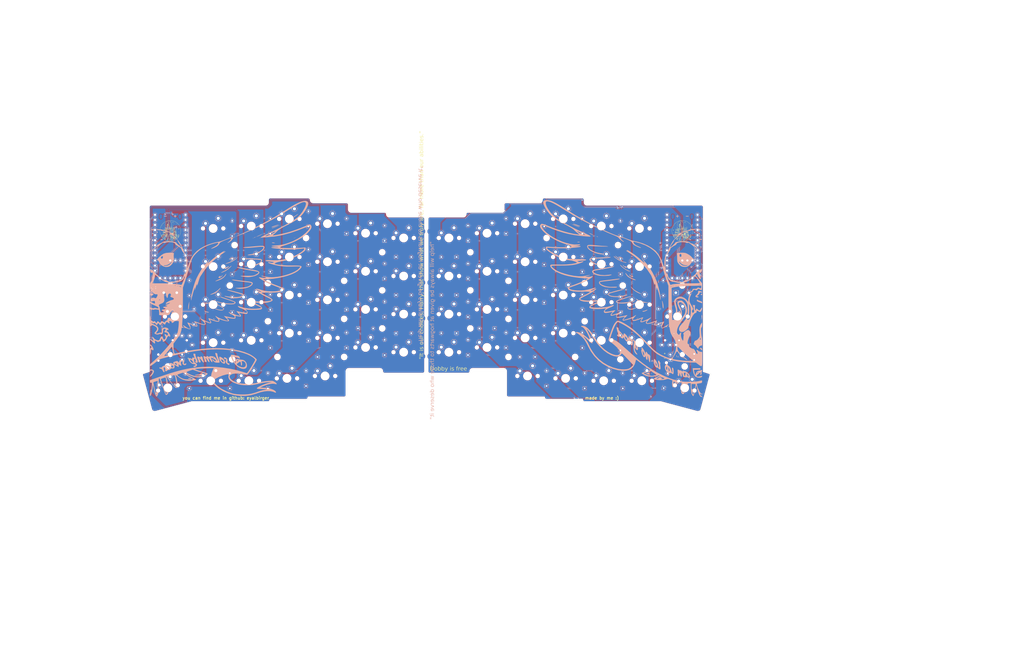
<source format=kicad_pcb>
(kicad_pcb (version 20241229) (generator "pcbnew") (generator_version "9.0")
  (layers (0 "F.Cu" signal) (2 "B.Cu" signal) (13 "F.Paste" user) (15 "B.Paste" user) (5 "F.SilkS" user "F.Silkscreen") (7 "B.SilkS" user "B.Silkscreen") (1 "F.Mask" user) (3 "B.Mask" user) (25 "Edge.Cuts" user))
  (net 0 "")
  (net 1 "Net-(D1-A)")
  (net 2 "row 0")
  (net 3 "Net-(D2-A)")
  (net 4 "Net-(D3-A)")
  (net 5 "Net-(D4-A)")
  (net 6 "Net-(D5-A)")
  (net 7 "Net-(D6-A)")
  (net 8 "row 1")
  (net 9 "Net-(D7-A)")
  (net 10 "Net-(D8-A)")
  (net 11 "Net-(D9-A)")
  (net 12 "Net-(D10-A)")
  (net 13 "Net-(D11-A)")
  (net 14 "Net-(D12-A)")
  (net 15 "Net-(D13-A)")
  (net 16 "row 2")
  (net 17 "Net-(D14-A)")
  (net 18 "Net-(D15-A)")
  (net 19 "Net-(D16-A)")
  (net 20 "Net-(D17-A)")
  (net 21 "Net-(D18-A)")
  (net 22 "Net-(D19-A)")
  (net 23 "row 3")
  (net 24 "Net-(D20-A)")
  (net 25 "Net-(D21-A)")
  (net 26 "Net-(D22-A)")
  (net 27 "Net-(D23-A)")
  (net 28 "Net-(D24-A)")
  (net 29 "Net-(D25-A)")
  (net 30 "row 4")
  (net 31 "Net-(D26-A)")
  (net 32 "Net-(D27-A)")
  (net 33 "Net-(D28-A)")
  (net 34 "Net-(D29-A)")
  (net 35 "row 2.")
  (net 36 "Net-(D30-A)")
  (net 37 "row 4.")
  (net 38 "Net-(D31-A)")
  (net 39 "Net-(D32-A)")
  (net 40 "row 0.")
  (net 41 "row 1.")
  (net 42 "Net-(D33-A)")
  (net 43 "Net-(D34-A)")
  (net 44 "Net-(D35-A)")
  (net 45 "row 3.")
  (net 46 "Net-(D36-A)")
  (net 47 "Net-(D37-A)")
  (net 48 "Net-(D38-A)")
  (net 49 "Net-(D39-A)")
  (net 50 "Net-(D40-A)")
  (net 51 "Net-(D41-A)")
  (net 52 "Net-(D42-A)")
  (net 53 "Net-(D43-A)")
  (net 54 "Net-(D44-A)")
  (net 55 "Net-(D45-A)")
  (net 56 "Net-(D46-A)")
  (net 57 "Net-(D47-A)")
  (net 58 "Net-(D48-A)")
  (net 59 "Net-(D49-A)")
  (net 60 "Net-(D50-A)")
  (net 61 "Net-(D51-A)")
  (net 62 "Net-(D52-A)")
  (net 63 "Net-(D53-A)")
  (net 64 "Net-(D54-A)")
  (net 65 "Net-(D55-A)")
  (net 66 "Net-(D56-A)")
  (net 67 "Net-(D57-A)")
  (net 68 "Net-(D58-A)")
  (net 69 "sck")
  (net 70 "gnd")
  (net 71 "mosi")
  (net 72 "cs")
  (net 73 "vcc")
  (net 74 "cs.")
  (net 75 "mosi.")
  (net 76 "gnd.")
  (net 77 "vcc.")
  (net 78 "sck.")
  (net 79 "+")
  (net 80 "-.")
  (net 81 "+.")
  (net 82 "column 0")
  (net 83 "column 1")
  (net 84 "column 2")
  (net 85 "column 3")
  (net 86 "column 4")
  (net 87 "column 5")
  (net 88 "column -1")
  (net 89 "column 0.")
  (net 90 "column 1.")
  (net 91 "column 2.")
  (net 92 "column 3.")
  (net 93 "column 4.")
  (net 94 "column 5.")
  (net 95 "b+")
  (net 96 "column -1.")
  (net 97 "rst")
  (net 99 "20.")
  (net 100 "b+.")
  (net 101 "rst.")
  (net 110 "19")
  (net 111 "20")
  (net 115 "19.")
  (net 116 "-")
  (net 117 "Net-(D59-A)")
  (net 118 "Net-(D60-A)")
  (footprint "ScottoKeebs_MX:MX_PCB_1.00u" (layer "F.Cu") (at 253.010825 164.9004)
    (property "Reference" "S49" (hide yes))
    (property "Value" "Keyswitch" (hide yes))
  )
  (footprint "logoo:the deathly hallows symbol" (layer "F.Cu") (at 220.8611 178.5911)
    (property "Reference" "G***")
    (property "Value" "LOGO" (hide yes))
  )
  (footprint "ScottoKeebs_MX:MX_PCB_1.00u" (layer "F.Cu") (at 95.848325 186.33165)
    (property "Reference" "S59" (hide yes))
    (property "Value" "Keyswitch" (hide yes))
  )
  (footprint "ScottoKeebs_MX:MX_PCB_1.00u" (layer "F.Cu") (at 233.960825 150.6129)
    (property "Reference" "S53" (hide yes))
    (property "Value" "Keyswitch" (hide yes))
  )
  (footprint "MountingHole:MountingHole_2.2mm_M2" (layer "F.Cu") (at 331.592075 173.234775)
    (property "Reference" "H12" (hide yes))
    (property "Value" "MountingHole")
  )
  (footprint "ScottoKeebs_MX:MX_PCB_1.00u" (layer "F.Cu") (at 116.08895 108.941025)
    (property "Reference" "S2" (hide yes))
    (property "Value" "Keyswitch" (hide yes))
  )
  (footprint "ScottoKeebs_MX:MX_PCB_1.00u" (layer "F.Cu") (at 133.948325 185.141025)
    (property "Reference" "S27" (hide yes))
    (property "Value" "Keyswitch" (hide yes))
  )
  (footprint "ScottoKeebs_MX:MX_PCB_1.00u" (layer "F.Cu") (at 97.03895 167.28165)
    (property "Reference" "S19" (hide yes))
    (property "Value" "Keyswitch" (hide yes))
  )
  (footprint "ScottoKeebs_MX:MX_PCB_1.00u" (layer "F.Cu") (at 292.30145 186.33165)
    (property "Reference" "S40" (hide yes))
    (property "Value" "Keyswitch" (hide yes))
  )
  (footprint "ScottoKeebs_MX:MX_PCB_1.00u" (layer "F.Cu") (at 272.060825 105.36915)
    (property "Reference" "S41" (hide yes))
    (property "Value" "Keyswitch" (hide yes))
  )
  (footprint "ScottoKeebs_MX:MX_PCB_1.00u" (layer "F.Cu") (at 214.910825 172.04415)
    (property "Reference" "S58" (hide yes))
    (property "Value" "Keyswitch" (hide yes))
  )
  (footprint "ScottoKeebs_MX:MX_PCB_1.00u" (layer "F.Cu") (at 214.910825 133.94415)
    (property "Reference" "S56" (hide yes))
    (property "Value" "Keyswitch" (hide yes))
  )
  (footprint "ScottoKeebs_Components:TRRS_PJ-320A" (layer "F.Cu") (at 331.592075 166.091025 -90)
    (property "Reference" "U4")
    (property "Value" "TRRS")
  )
  (footprint "logoo:hogwarts" (layer "F.Cu") (at 75.6077 111.322275)
    (property "Reference" "G***" (hide yes))
    (property "Value" "LOGO" (hide yes))
  )
  (footprint "logoo:hedwig rightttt" (layer "F.Cu") (at 303.017075 143.46915)
    (property "Reference" "G***" (hide yes))
    (property "Value" "LOGO" (hide yes))
  )
  (footprint "ScottoKeebs_MX:MX_PCB_1.00u" (layer "F.Cu") (at 273.25145 185.141025)
    (property "Reference" "S45" (hide yes))
    (property "Value" "Keyswitch" (hide yes))
  )
  (footprint "ScottoKeebs_MX:MX_PCB_1.00u" (layer "F.Cu") (at 291.110825 147.041025)
    (property "Reference" "S38" (hide yes))
    (property "Value" "Keyswitch" (hide yes))
  )
  (footprint "ScottoKeebs_MX:MX_PCB_1.00u" (layer "F.Cu") (at 135.13895 105.36915)
    (property "Reference" "S3" (hide yes))
    (property "Value" "Keyswitch" (hide yes))
  )
  (footprint "ScottoKeebs_MX:MX_PCB_1.00u" (layer "F.Cu") (at 253.010825 145.8504)
    (property "Reference" "S48" (hide yes))
    (property "Value" "Keyswitch" (hide yes))
  )
  (footprint "ScottoKeebs_MX:MX_PCB_1.00u" (layer "F.Cu") (at 233.960825 169.6629)
    (property "Reference" "S54" (hide yes))
    (property "Value" "Keyswitch" (hide yes))
  )
  (footprint "ScottoKeebs_MX:MX_PCB_1.00u" (layer "F.Cu") (at 291.110825 166.091025)
    (property "Reference" "S39" (hide yes))
    (property "Value" "Keyswitch" (hide yes))
  )
  (footprint "ScottoKeebs_MX:MX_PCB_1.00u" (layer "F.Cu") (at 173.23895 112.5129)
    (property "Reference" "S5" (hide yes))
    (property "Value" "Keyswitch" (hide yes))
  )
  (footprint "ScottoKeebs_Components:Button_MJTP1243" (layer "F.Cu") (at 72.3577 142.278525)
    (property "Reference" "SW2" (hide yes))
    (property "Value" "Switch")
  )
  (footprint "Resistor_THT:R_Axial_DIN0207_L6.3mm_D2.5mm_P7.62mm_Horizontal" (layer "F.Cu") (at 322.067075 143.707275 90)
    (property "Reference" "R2" (hide yes))
    (property "Value" "Resistor")
  )
  (footprint "ScottoKeebs_MX:MX_PCB_1.00u" (layer "F.Cu") (at 272.060825 124.41915)
    (property "Reference" "S42" (hide yes))
    (property "Value" "Keyswitch" (hide yes))
  )
  (footprint "ScottoKeebs_MX:MX_PCB_1.00u" (layer "F.Cu") (at 253.010825 107.7504)
    (property "Reference" "S46" (hide yes))
    (property "Value" "Keyswitch" (hide yes))
  )
  (footprint "ScottoKeebs_MX:MX_PCB_1.00u" (layer "F.Cu") (at 192.28895 133.94415)
    (property "Reference" "S12" (hide yes))
    (property "Value" "Keyswitch" (hide yes))
  )
  (footprint "ScottoKeebs_Components:Switch_MSK12C02" (layer "F.Cu") (at 337.5452 174.4254 -90)
    (property "Reference" "SW3" (hide yes))
    (property "Value" "Switch")
  )
  (footprint "ScottoKeebs_MX:MX_PCB_1.00u" (layer "F.Cu") (at 272.060825 162.51915)
    (property "Reference" "S44" (hide yes))
    (property "Value" "Keyswitch" (hide yes))
  )
  (footprint "MountingHole:MountingHole_2.2mm_M2" (layer "F.Cu") (at 75.6077 173.234775)
    (property "Reference" "H6" (hide yes))
    (property "Value" "MountingHole")
  )
  (footprint "ScottoKeebs_MX:MX_PCB_1.00u" (layer "F.Cu") (at 116.08895 166.091025)
    (property "Reference" "S20" (hide yes))
    (property "Value" "Keyswitch" (hide yes))
  )
  (footprint "ScottoKeebs_MX:MX_PCB_1.00u" (layer "F.Cu") (at 192.28895 172.04415)
    (property "Reference" "S24" (hide yes))
    (property "Value" "Keyswitch" (hide yes))
  )
  (footprint "ScottoKeebs_MX:MX_PCB_1.00u" (layer "F.Cu") (at 310.160825 148.23165)
    (property "Reference" "S34" (hide yes))
    (property "Value" "Keyswitch" (hide yes))
  )
  (footprint "nice view:nice_view" (layer "F.Cu") (at 331.592075 118.466025)
    (property "Reference" "Display2")
    (property "Value" "nice!view" (hide yes))
  )
  (footprint "ScottoKeebs_MX:MX_PCB_1.00u" (layer "F.Cu") (at 97.03895 129.18165)
    (property "Reference" "S7" (hide yes))
    (property "Value" "Keyswitch" (hide yes))
  )
  (footprint "ScottoKeebs_MX:MX_PCB_1.00u" (layer "F.Cu") (at 114.898325 186.33165)
    (property "Reference" "S28" (hide yes))
    (property "Value" "Keyswitch" (hide yes))
  )
  (footprint "ScottoKeebs_MX:MX_PCB_1.00u" (layer "F.Cu") (at 154.18895 126.8004)
    (property "Reference" "S10" (hide yes))
    (property "Value" "Keyswitch" (hide yes))
  )
  (footprint "ScottoKeebs_MX:MX_PCB_1.00u" (layer "F.Cu") (at 329.210825 154.184775)
    (property "Reference" "S30" (hide yes))
    (property "Value" "Keyswitch" (hide yes))
  )
  (footprint "ScottoKeebs_MX:MX_PCB_1.00u" (layer "F.Cu") (at 291.110825 108.941025)
    (property "Reference" "S36" (hide yes))
    (property "Value" "Keyswitch" (hide yes))
  )
  (footprint "ScottoKeebs_MX:MX_PCB_1.00u" (layer "F.Cu") (at 310.160825 110.13165)
    (property "Reference" "S32" (hide yes))
    (property "Value" "Keyswitch" (hide yes))
  )
  (footprint "ScottoKeebs_MX:MX_PCB_1.00u" (layer "F.Cu") (at 74.417075 189.903525 15)
    (property "Reference" "S29" (hide yes))
    (property "Value" "Keyswitch")
  )
  (footprint "ScottoKeebs_MX:MX_PCB_1.00u" (layer "F.Cu") (at 272.060825 143.46915)
    (property "Reference" "S43" (hide yes))
    (property "Value" "Keyswitch" (hide yes))
  )
  (footprint "ScottoKeebs_MX:MX_PCB_1.00u" (layer "F.Cu") (at 192.28895 114.89415)
    (property "Reference" "S6" (hide yes))
    (property "Value" "Keyswitch" (hide yes))
  )
  (footprint "ScottoKeebs_Components:TRRS_PJ-320A" (layer "F.Cu") (at 75.2577 166.091025 90)
    (property "Reference" "U3")
    (property "Value" "TRRS")
  )
  (footprint "ScottoKeebs_MCU:Nice_Nano_V2_Flipped" (layer "F.Cu") (at 75.6077 117.2754)
    (property "Reference" "U2" (hide yes))
    (property "Value" "Nice_Nano_V2" (hide yes))
  )
  (footprint "logoo:hedwig leftttt" (layer "F.Cu") (at 102.992075 143.46915)
    (property "Reference" "G***" (hide yes))
    (property "Value" "LOGO" (hide yes))
  )
  (footprint "ScottoKeebs_MX:MX_PCB_1.00u" (layer "F.Cu") (at 97.03895 148.23165)
    (property "Reference" "S13" (hide yes))
    (property "Value" "Keyswitch" (hide yes))
  )
  (footprint "ScottoKeebs_MX:MX_PCB_1.00u" (layer "F.Cu") (at 214.910825 152.99415)
    (property "Reference" "S57" (hide yes))
    (property "Value" "Keyswitch" (hide yes))
  )
  (footprint "ScottoKeebs_MX:MX_PCB_1.00u" (layer "F.Cu") (at 97.03895 110.13165)
    (property "Reference" "S1" (hide yes))
    (property "Value" "Keyswitch" (hide yes))
  )
  (footprint "ScottoKeebs_MX:MX_PCB_1.00u" (layer "F.Cu") (at 116.08895 147.041025)
    (property "Reference" "S14" (hide yes))
    (property "Value" "Keyswitch" (hide yes))
  )
  (footprint "ScottoKeebs_Components:Button_MJTP1243" (layer "F.Cu") (at 328.342075 142.278525)
    (property "Reference" "SW4" (hide yes))
    (property "Value" "Switch")
  )
  (footprint "ScottoKeebs_MX:MX_PCB_1.00u" (layer "F.Cu") (at 154.18895 107.7504)
    (property "Reference" "S4" (hide yes))
    (property "Value" "Keyswitch" (hide yes))
  )
  (footprint "ScottoKeebs_MX:MX_PCB_1.00u" (layer "F.Cu") (at 173.23895 169.6629)
    (property "Reference" "S23" (hide yes))
    (property "Value" "Keyswitch" (hide yes))
  )
  (footprint "ScottoKeebs_Components:Switch_MSK12C02" (layer "F.Cu") (at 69.654575 174.734775 90)
    (property "Reference" "SW1" (hide yes))
    (property "Value" "Switch")
  )
  (footprint "ScottoKeebs_MX:MX_PCB_1.00u" (layer "F.Cu") (at 214.910825 114.89415)
    (property "Reference" "S55" (hide yes))
    (property "Value" "Keyswitch" (hide yes))
  )
  (footprint "ScottoKeebs_MX:MX_PCB_1.00u" (layer "F.Cu") (at 291.110825 127.991025)
    (property "Reference" "S37" (hide yes))
    (property "Value" "Keyswitch" (hide yes))
  )
  (footprint "ScottoKeebs_MX:MX_PCB_1.00u" (layer "F.Cu") (at 310.160825 129.18165)
    (property "Reference" "S33" (hide yes))
    (property "Value" "Keyswitch" (hide yes))
  )
  (footprint "logoo:hogwarts" (layer "F.Cu") (at 331.592075 111.322275)
    (property "Reference" "G***" (hide yes))
    (property "Value" "LOGO" (hide yes))
  )
  (footprint "ScottoKeebs_MX:MX_PCB_1.00u" (layer "F.Cu") (at 135.13895 124.41915)
    (property "Reference" "S9" (hide yes))
    (property "Value" "Keyswitch" (hide yes))
  )
  (footprint "Resistor_THT:R_Axial_DIN0207_L6.3mm_D2.5mm_P7.62mm_Horizontal" (layer "F.Cu") (at 85.1327 143.707275 90)
    (property "Reference" "R1" (hide yes))
    (property "Value" "Resistor")
  )
  (footprint "ScottoKeebs_MX:MX_PCB_1.00u" (layer "F.Cu") (at 332.7827 189.903525 -15)
    (property "Reference" "S31" (hide yes))
    (property "Value" "Keyswitch" (hide yes))
  )
  (footprint "ScottoKeebs_MX:MX_PCB_1.00u" (layer "F.Cu") (at 135.13895 162.51915)
    (property "Reference" "S21" (hide yes))
    (property "Value" "Keyswitch" (hide yes))
  )
  (footprint "ScottoKeebs_MX:MX_PCB_1.00u" (layer "F.Cu") (at 254.20145 183.9504)
    (property "Reference" "S50" (hide yes))
    (property "Value" "Keyswitch" (hide yes))
  )
  (footprint "ScottoKeebs_MX:MX_PCB_1.00u" (layer "F.Cu") (at 233.960825 131.5629)
    (property "Reference" "S52" (hide yes))
    (property "Value" "Keyswitch" (hide yes))
  )
  (footprint "ScottoKeebs_MX:MX_PCB_1.00u" (layer "F.Cu") (at 310.160825 167.28165)
    (property "Reference" "S35" (hide yes))
    (property "Value" "Keyswitch" (hide yes))
  )
  (footprint "nice view:nice_view" (layer "F.Cu") (at 75.6077 118.466025)
    (property "Reference" "Display1")
    (property "Value" "nice!view" (hide yes))
  )
  (footprint "ScottoKeebs_MX:MX_PCB_1.00u" (layer "F.Cu") (at 233.960825 112.5129)
    (property "Reference" "S51" (hide yes))
    (property "Value" "Keyswitch" (hide yes))
  )
  (footprint "ScottoKeebs_MX:MX_PCB_1.00u" (layer "F.Cu") (at 135.13895 143.46915)
    (property "Reference" "S15" (hide yes))
    (property "Value" "Keyswitch" (hide yes))
  )
  (footprint "ScottoKeebs_MCU:Nice_Nano_V2_Flipped" (layer "F.Cu") (at 331.592075 117.2754)
    (property "Reference" "U1" (hide yes))
    (property "Value" "Nice_Nano_V2" (hide yes))
  )
  (footprint "ScottoKeebs_MX:MX_PCB_1.00u" (layer "F.Cu") (at 173.23895 131.5629)
    (property "Reference" "S11" (hide yes))
    (property "Value" "Keyswitch" (hide yes))
  )
  (footprint "ScottoKeebs_MX:MX_PCB_1.00u" (layer "F.Cu") (at 192.28895 152.99415)
    (property "Reference" "S18" (hide yes))
    (property "Value" "Keyswitch" (hide yes))
  )
  (footprint "ScottoKeebs_MX:MX_PCB_1.00u" (layer "F.Cu") (at 116.08895 127.991025)
    (property "Reference" "S8" (hide yes))
    (property "Value" "Keyswitch" (hide yes))
  )
  (footprint "ScottoKeebs_MX:MX_PCB_1.00u" (layer "F.Cu") (at 152.998325 183.9504)
    (property "Reference" "S26" (hide yes))
    (property "Value" "Keyswitch" (hide yes))
  )
  (footprint "ScottoKeebs_MX:MX_PCB_1.00u" (layer "F.Cu") (at 77.98895 154.184775)
    (property "Reference" "S25" (hide yes))
    (property "Value" "Keyswitch" (hide yes))
  )
  (footprint "logoo:the deathly hallows symbol" (layer "F.Cu") (at 186.929 178.5911)
    (property "Reference" "G***")
    (property "Value" "LOGO" (hide yes))
  )
  (footprint "ScottoKeebs_MX:MX_PCB_1.00u" (layer "F.Cu") (at 253.010825 126.8004)
    (property "Reference" "S47" (hide yes))
    (property "Value" "Keyswitch" (hide yes))
  )
  (footprint "ScottoKeebs_MX:MX_PCB_1.00u" (layer "F.Cu") (at 311.35145 186.33165)
    (property "Reference" "S60" (hide yes))
    (property "Value" "Keyswitch" (hide yes))
  )
  (footprint "ScottoKeebs_MX:MX_PCB_1.00u" (layer "F.Cu") (at 173.23895 150.6129)
    (property "Reference" "S17" (hide yes))
    (property "Value" "Keyswitch" (hide yes))
  )
  (footprint "ScottoKeebs_MX:MX_PCB_1.00u" (layer "F.Cu") (at 154.18895 145.8504)
    (property "Reference" "S16" (hide yes))
    (property "Value" "Keyswitch" (hide yes))
  )
  (footprint "ScottoKeebs_MX:MX_PCB_1.00u" (layer "F.Cu") (at 154.18895 164.9004)
    (property "Reference" "S22" (hide yes))
    (property "Value" "Keyswitch" (hide yes))
  )
  (footprint "ScottoKeebs_Components:Diode_DO-35" (layer "B.Cu") (at 87.51395 157.994775 90)
    (property "Reference" "D25" (hide yes))
    (property "Value" "Diode" (hide yes))
  )
  (footprint "custom:pad - oval2.5x1.5" (layer "B.Cu") (at 336.3493 104.1786 -90)
    (property "Reference" "D64" (hide yes))
    (property "Value" "LED")
  )
  (footprint "custom:pad - oval2.5x1.5" (layer "B.Cu") (at 80.3703 104.1786 -90)
    (property "Reference" "D61" (hide yes))
    (property "Value" "LED")
  )
  (footprint "ScottoKeebs_Components:Diode_DO-35" (layer "B.Cu") (at 243.485825 112.751025 90)
    (property "Reference" "D46" (hide yes))
    (property "Value" "Diode" (hide yes))
  )
  (footprint "ScottoKeebs_Components:Diode_DO-35" (layer "B.Cu") (at 258.01145 174.4254 180)
    (property "Reference" "D50" (hide yes))
    (property "Value" "Diode" (hide yes))
  )
  (footprint "ScottoKeebs_Components:Diode_DO-35" (layer "B.Cu") (at 163.71395 131.801025 90)
    (property "Reference" "D10" (hide yes))
    (property "Value" "Diode" (hide yes))
  )
  (footprint "ScottoKeebs_Components:Diode_DO-35" (layer "B.Cu") (at 262.535825 147.27915 90)
    (property "Reference" "D43" (hide yes))
    (property "Value" "Diode" (hide yes))
  )
  (footprint "ScottoKeebs_Components:Diode_DO-35" (layer "B.Cu") (at 182.76395 154.4229 90)
    (property "Reference" "D17" (hide yes))
    (property "Value" "Diode" (hide yes))
  )
  (footprint "ScottoKeebs_Components:Diode_DO-35" (layer "B.Cu") (at 106.56395 152.04165 90)
    (property "Reference" "D13" (hide yes))
    (property "Value" "Diode" (hide yes))
  )
  (footprint "ScottoKeebs_Components:Diode_DO-35" (layer "B.Cu") (at 300.635825 113.94165 90)
    (property "Reference" "D32" (hide yes))
    (property "Value" "Diode" (hide yes))
  )
  (footprint "ScottoKeebs_Components:Diode_DO-35" (layer "B.Cu") (at 149.188325 174.4254)
    (property "Reference" "D26" (hide yes))
    (property "Value" "Diode" (hide yes))
  )
  (footprint "ScottoKeebs_Components:Diode_DO-35" (layer "B.Cu") (at 262.535825 128.22915 90)
    (property "Reference" "D42" (hide yes))
    (property "Value" "Diode" (hide yes))
  )
  (footprint "ScottoKeebs_Components:Diode_DO-35" (layer "B.Cu") (at 85.1327 190.14165 105)
    (property "Reference" "D29" (hide yes))
    (property "Value" "Diode" (hide yes))
  )
  (footprint "ScottoKeebs_Components:Diode_DO-35" (layer "B.Cu") (at 106.56395 171.09165 90)
    (property "Reference" "D19" (hide yes))
    (property "Value" "Diode" (hide yes))
  )
  (footprint "ScottoKeebs_Components:Diode_DO-35" (layer "B.Cu") (at 125.61395 131.801025 90)
    (property "Reference" "D8" (hide yes))
    (property "Value" "Diode" (hide yes))
  )
  (footprint "ScottoKeebs_Components:Diode_DO-35" (layer "B.Cu") (at 322.2716 190.011828 75)
    (property "Reference" "D31" (hide yes))
    (property "Value" "Diode" (hide yes))
  )
  (footprint "ScottoKeebs_Components:Diode_DO-35" (layer "B.Cu") (at 243.485825 150.851025 90)
    (property "Reference" "D48" (hide yes))
    (property "Value" "Diode" (hide yes))
  )
  (footprint "ScottoKeebs_Components:Diode_DO-35" (layer "B.Cu") (at 182.76395 116.3229 90)
    (property "Reference" "D5" (hide yes))
    (property "Value" "Diode" (hide yes))
  )
  (footprint "Connector_JST:JST_XH_B2B-XH-AM_1x02_P2.50mm_Vertical" (layer "B.Cu") (at 325.63895 175.734775 90)
    (property "Reference" "J2" (hide yes))
    (property "Value" "Conn_01x02_Socket")
  )
  (footprint "ScottoKeebs_Components:Diode_DO-35" (layer "B.Cu") (at 281.585825 150.851025 90)
    (property "Reference" "D38" (hide yes))
    (property "Value" "Diode" (hide yes))
  )
  (footprint "ScottoKeebs_Components:Diode_DO-35" (layer "B.Cu") (at 224.435825 173.4729 90)
    (property "Reference" "D54" (hide yes))
    (property "Value" "Diode" (hide yes))
  )
  (footprint "ScottoKeebs_Components:Diode_DO-35" (layer "B.Cu") (at 218.720825 143.46915 180)
    (property "Reference" "D56" (hide yes))
    (property "Value" "Diode" (hide yes))
  )
  (footprint "ScottoKeebs_Components:Diode_DO-35" (layer "B.Cu") (at 301.82645 190.14165 90)
    (property "Reference" "D60" (hide yes))
    (property "Value" "Diode" (hide yes))
  )
  (footprint "ScottoKeebs_Components:Diode_DO-35" (layer "B.Cu") (at 243.485825 169.901025 90)
    (property "Reference" "D49" (hide yes))
    (property "Value" "Diode" (hide yes))
  )
  (footprint "ScottoKeebs_Components:Diode_DO-35" (layer "B.Cu") (at 188.47895 162.51915)
    (property "Reference" "D18" (hide yes))
    (property "Value" "Diode" (hide yes))
  )
  (footprint "ScottoKeebs_Components:Diode_DO-35" (layer "B.Cu") (at 144.66395 166.32915 90)
    (property "Reference" "D21" (hide yes))
    (property "Value" "Diode" (hide yes))
  )
  (footprint "ScottoKeebs_Components:Diode_DO-35" (layer "B.Cu") (at 262.535825 166.32915 90)
    (property "Reference" "D44" (hide yes))
    (property "Value" "Diode" (hide yes))
  )
  (footprint "custom:pad - oval2.5x1.5" (layer "B.Cu") (at 70.8455 104.1786 -90)
    (property "Reference" "D62" (hide yes))
    (property "Value" "LED")
  )
  (footprint "ScottoKeebs_Components:Diode_DO-35" (layer "B.Cu") (at 281.585825 131.801025 90)
    (property "Reference" "D37" (hide yes))
    (property "Value" "Diode" (hide yes))
  )
  (footprint "ScottoKeebs_Components:Diode_DO-35" (layer "B.Cu") (at 319.685825 157.994775 90)
    (property "Reference" "D30" (hide yes))
    (property "Value" "Diode" (hide yes))
  )
  (footprint "ScottoKeebs_Components:Diode_DO-35" (layer "B.Cu") (at 106.56395 113.94165 90)
    (property "Reference" "D1" (hide yes))
    (property "Value" "Diode" (hide yes))
  )
  (footprint "ScottoKeebs_Components:Diode_DO-35" (layer "B.Cu") (at 106.56395 132.99165 90)
    (property "Reference" "D7" (hide yes))
    (property "Value" "Diode" (hide yes))
  )
  (footprint "ScottoKeebs_Components:Diode_DO-35" (layer "B.Cu") (at 224.435825 154.4229 90)
    (property "Reference" "D53" (hide yes))
    (property "Value" "Diode" (hide yes))
  )
  (footprint "ScottoKeebs_Components:Diode_DO-35" (layer "B.Cu") (at 300.635825 171.09165 90)
    (property "Reference" "D35" (hide yes))
    (property "Value" "Diode" (hide yes))
  )
  (footprint "ScottoKeebs_Components:Diode_DO-35" (layer "B.Cu") (at 218.720825 162.51915 180)
    (property "Reference" "D57" (hide yes))
    (property "Value" "Diode" (hide yes))
  )
  (footprint "ScottoKeebs_Components:Diode_DO-35" (layer "B.Cu") (at 144.66395 109.17915 90)
    (property "Reference" "D3" (hide yes))
    (property "Value" "Diode" (hide yes))
  )
  (footprint "ScottoKeebs_Components:Diode_DO-35" (layer "B.Cu") (at 143.473325 188.951025 90)
    (property "Reference" "D27" (hide yes))
    (property "Value" "Diode" (hide yes))
  )
  (footprint "ScottoKeebs_Components:Diode_DO-35" (layer "B.Cu") (at 163.71395 112.751025 90)
    (property "Reference" "D4" (hide yes))
    (property "Value" "Diode" (hide yes))
  )
  (footprint "ScottoKeebs_Components:Diode_DO-35" (layer "B.Cu") (at 281.585825 169.901025 90)
    (property "Reference" "D39" (hide yes))
    (property "Value" "Diode" (hide yes))
  )
  (footprint "ScottoKeebs_Components:Diode_DO-35" (layer "B.Cu") (at 125.61395 112.751025 90)
    (property "Reference" "D2" (hide yes))
    (property "Value" "Diode" (hide yes))
  )
  (footprint "ScottoKeebs_Components:Diode_DO-35" (layer "B.Cu") (at 163.71395 150.851025 90)
    (property "Reference" "D16" (hide yes))
    (property "Value" "Diode" (hide yes))
  )
  (footprint "ScottoKeebs_Components:Diode_DO-35" (layer "B.Cu") (at 124.423325 190.14165 90)
    (property "Reference" "D28" (hide yes))
    (property "Value" "Diode" (hide yes))
  )
  (footprint "ScottoKeebs_Components:Diode_DO-35" (layer "B.Cu") (at 281.585825 112.751025 90)
    (property "Reference" "D36" (hide yes))
    (property "Value" "Diode" (hide yes))
  )
  (footprint "ScottoKeebs_Components:Diode_DO-35" (layer "B.Cu") (at 224.435825 116.3229 90)
    (property "Reference" "D51" (hide yes))
    (property "Value" "Diode" (hide yes))
  )
  (footprint "ScottoKeebs_Components:Diode_DO-35" (layer "B.Cu") (at 237.770825 160.1379 180)
    (property "Reference" "D58" (hide yes))
    (property "Value" "Diode" (hide yes))
  )
  (footprint "ScottoKeebs_Components:Diode_DO-35" (layer "B.Cu") (at 182.76395 135.3729 90)
    (property "Reference" "D11" (hide yes))
    (property "Value" "Diode" (hide yes))
  )
  (footprint "ScottoKeebs_Components:Diode_DO-35" (layer "B.Cu") (at 144.66395 128.22915 90)
    (property "Reference" "D9" (hide yes))
    (property "Value" "Diode" (hide yes))
  )
  (footprint "ScottoKeebs_Components:Diode_DO-35" (layer "B.Cu") (at 144.66395 147.27915 90)
    (property "Reference" "D15" (hide yes))
    (property "Value" "Diode" (hide yes))
  )
  (footprint "ScottoKeebs_Components:Diode_DO-35" (layer "B.Cu") (at 188.47895 124.41915)
    (property "Reference" "D6" (hide yes))
    (property "Value" "Diode" (hide yes))
  )
  (footprint "ScottoKeebs_Components:Diode_DO-35" (layer "B.Cu") (at 125.61395 150.851025 90)
    (property "Reference" "D14" (hide yes))
    (property "Value" "Diode" (hide yes))
  )
  (footprint "ScottoKeebs_Components:Diode_DO-35" (layer "B.Cu") (at 188.47895 143.46915)
    (property "Reference" "D12" (hide yes))
    (property "Value" "Diode" (hide yes))
  )
  (footprint "ScottoKeebs_Components:Diode_DO-35" (layer "B.Cu") (at 263.72645 188.951025 90)
    (property "Reference" "D45" (hide yes))
    (property "Value" "Diode" (hide yes))
  )
  (footprint "ScottoKeebs_Components:Diode_DO-35" (layer "B.Cu") (at 300.635825 152.04165 90)
    (property "Reference" "D34" (hide yes))
    (property "Value" "Diode" (hide yes))
  )
  (footprint "Connector_JST:JST_XH_B2B-XH-AM_1x02_P2.50mm_Vertical" (layer "B.Cu") (at 81.560825 173.234775 -90)
    (property "Reference" "J1" (hide yes))
    (property "Value" "Conn_01x02_Socket")
  )
  (footprint "custom:pad - oval2.5x1.5" (layer "B.Cu") (at 326.8245 104.1786 -90)
    (property "Reference" "D63" (hide yes))
    (property "Value" "LED")
  )
  (footprint "ScottoKeebs_Components:Diode_DO-35" (layer "B.Cu") (at 243.485825 131.801025 90)
    (property "Reference" "D47" (hide yes))
    (property "Value" "Diode" (hide yes))
  )
  (footprint "ScottoKeebs_Components:Diode_DO-35" (layer "B.Cu") (at 300.635825 132.99165 90)
    (property "Reference" "D33" (hide yes))
    (property "Value" "Diode" (hide yes))
  )
  (footprint "ScottoKeebs_Components:Diode_DO-35" (layer "B.Cu") (at 105.373325 190.14165 90)
    (property "Reference" "D59" (hide yes))
    (property "Value" "Diode" (hide yes))
  )
  (footprint "ScottoKeebs_Components:Diode_DO-35" (layer "B.Cu") (at 125.61395 169.901025 90)
    (property "Reference" "D20" (hide yes))
    (property "Value" "Diode" (hide yes))
  )
  (footprint "ScottoKeebs_Components:Diode_DO-35" (layer "B.Cu") (at 182.76395 173.4729 90)
    (property "Reference" "D23" (hide yes))
    (property "Value" "Diode" (hide yes))
  )
  (footprint "ScottoKeebs_Components:Diode_DO-35" (layer "B.Cu") (at 224.435825 135.3729 90)
    (property "Reference" "D52" (hide yes))
    (property "Value" "Diode" (hide yes))
  )
  (footprint "ScottoKeebs_Components:Diode_DO-35" (layer "B.Cu") (at 163.71395 169.901025 90)
    (property "Reference" "D22" (hide yes))
    (property "Value" "Diode" (hide yes))
  )
  (footprint "ScottoKeebs_Components:Diode_DO-35" (layer "B.Cu") (at 282.77645 190.14165 90)
    (property "Reference" "D40" (hide yes))
    (property "Value" "Diode" (hide yes))
  )
  (footprint "ScottoKeebs_Components:Diode_DO-35" (layer "B.Cu") (at 218.720825 124.41915 180)
    (property "Reference" "D55" (hide yes))
    (property "Value" "Diode" (hide yes))
  )
  (footprint "ScottoKeebs_Components:Diode_DO-35" (layer "B.Cu") (at 262.535825 109.17915 90)
    (property "Reference" "D41" (hide yes))
    (property "Value" "Diode" (hide yes))
  )
  (footprint "ScottoKeebs_Components:Diode_DO-35" (layer "B.Cu") (at 169.42895 160.1379)
    (property "Reference" "D24" (hide yes))
    (property "Value" "Diode" (hide yes))
  )
  (gr_circle (center 244.67645 174.4254) (end 244.67645 173.234775) (stroke (width 0.05)) (fill no) (layer "Edge.Cuts"))
  (gr_line (start 204.19645 113.108175) (end 204.1952 135.729575) (stroke (width 0.05)) (layer "Edge.Cuts"))
  (gr_line (start 300.635825 98.2254) (end 341.117075 98.2254) (stroke (width 0.05)) (layer "Edge.Cuts"))
  (gr_circle (center 106.56395 175.616025) (end 106.56395 174.4254) (stroke (width 0.05)) (fill no) (layer "Edge.Cuts"))
  (gr_arc (start 282.77645 197.047275) (mid 281.934549 196.698543) (end 281.585825 195.85665) (stroke (width 0.05)) (layer "Edge.Cuts"))
  (gr_circle (center 244.67645 136.3254) (end 243.485825 136.3254) (stroke (width 0.05)) (fill no) (layer "Edge.Cuts"))
  (gr_circle (center 282.77645 156.566025) (end 281.585825 156.566025) (stroke (width 0.05)) (fill no) (layer "Edge.Cuts"))
  (gr_circle (center 225.62645 160.1379) (end 225.62645 158.947275) (stroke (width 0.05)) (fill no) (layer "Edge.Cuts"))
  (gr_line (start 68.46395 201.809775) (end 86.323325 197.047275) (stroke (width 0.05)) (layer "Edge.Cuts"))
  (gr_arc (start 203.00585 156.565075) (mid 203.60115 155.969775) (end 204.19645 156.565075) (stroke (width 0.05)) (layer "Edge.Cuts"))
  (gr_arc (start 225.62645 181.56915) (mid 225.277739 182.411064) (end 224.435825 182.759775) (stroke (width 0.05)) (layer "Edge.Cuts"))
  (gr_line (start 204.1952 105.36915) (end 204.1952 106.559775) (stroke (width 0.05)) (layer "Edge.Cuts"))
  (gr_line (start 224.435825 101.797225) (end 241.104575 101.797225) (stroke (width 0.05)) (layer "Edge.Cuts"))
  (gr_arc (start 204.19645 153.588575) (mid 203.60115 154.183875) (end 203.00585 153.588575) (stroke (width 0.05)) (layer "Edge.Cuts"))
  (gr_line (start 124.423325 95.84415) (end 124.423325 97.034775) (stroke (width 0.05)) (layer "Edge.Cuts"))
  (gr_circle (center 181.573325 160.1379) (end 181.573325 158.947275) (stroke (width 0.05)) (fill no) (layer "Edge.Cuts"))
  (gr_line (start 345.879575 182.759775) (end 342.3077 181.56915) (stroke (width 0.05)) (layer "Edge.Cuts"))
  (gr_arc (start 281.585825 94.653525) (mid 282.427709 95.002266) (end 282.77645 95.84415) (stroke (width 0.05)) (layer "Edge.Cuts"))
  (gr_circle (center 300.635825 175.616025) (end 300.635825 174.4254) (stroke (width 0.05)) (fill no) (layer "Edge.Cuts"))
  (gr_circle (center 74.417075 179.1879) (end 74.417075 177.997275) (stroke (width 0.05)) (fill no) (layer "Edge.Cuts"))
  (gr_arc (start 223.2452 102.9878) (mid 223.593929 102.145919) (end 224.435825 101.797225) (stroke (width 0.05)) (layer "Edge.Cuts"))
  (gr_curve (pts (xy 341.117075 200.61915) (xy 340.640916 202.310717) (xy 338.735825 201.809775) (xy 338.735825 201.809775)) (stroke (width 0.05)) (layer "Edge.Cuts"))
  (gr_circle (center 75.61165 138.7061) (end 75.61165 137.515475) (stroke (width 0.05)) (fill no) (layer "Edge.Cuts"))
  (gr_line (start 61.3202 182.759775) (end 66.0827 200.61915) (stroke (width 0.05)) (layer "Edge.Cuts"))
  (gr_line (start 125.61395 195.85665) (end 143.473325 195.85665) (stroke (width 0.05)) (layer "Edge.Cuts"))
  (gr_arc (start 64.892075 99.416025) (mid 65.240789 98.574092) (end 66.0827 98.2254) (stroke (width 0.05)) (layer "Edge.Cuts"))
  (gr_arc (start 144.66395 94.653525) (mid 145.505867 95.002248) (end 145.854575 95.84415) (stroke (width 0.05)) (layer "Edge.Cuts"))
  (gr_arc (start 147.0452 97.034775) (mid 146.203316 96.686034) (end 145.854575 95.84415) (stroke (width 0.05)) (layer "Edge.Cuts"))
  (gr_arc (start 166.0952 101.797225) (mid 165.253322 101.448528) (end 164.904625 100.60665) (stroke (width 0.05)) (layer "Edge.Cuts"))
  (gr_arc (start 204.1952 135.729575) (mid 203.5999 136.324875) (end 203.0046 135.729575) (stroke (width 0.05)) (layer "Edge.Cuts"))
  (gr_arc (start 204.19645 110.131675) (mid 203.60115 110.726975) (end 203.00585 110.131675) (stroke (width 0.05)) (layer "Edge.Cuts"))
  (gr_circle (center 107.754575 118.466025) (end 107.754575 117.2754) (stroke (width 0.05)) (fill no) (layer "Edge.Cuts"))
  (gr_arc (start 182.76395 101.797225) (mid 183.605884 102.145966) (end 183.954575 102.9879) (stroke (width 0.05)) (layer "Edge.Cuts"))
  (gr_circle (center 124.423325 137.516025) (end 124.423325 136.3254) (stroke (width 0.05)) (fill no) (layer "Edge.Cuts"))
  (gr_arc (start 144.66395 194.666025) (mid 144.315214 195.507899) (end 143.473325 195.85665) (stroke (width 0.05)) (layer "Edge.Cuts"))
  (gr_circle (center 282.77645 137.516025) (end 281.585825 137.516025) (stroke (width 0.05)) (fill no) (layer "Edge.Cuts"))
  (gr_line (start 204.1952 138.706075) (end 204.19645 153.588575) (stroke (width 0.05)) (layer "Edge.Cuts"))
  (gr_circle (center 225.62645 122.0379) (end 225.62645 120.847275) (stroke (width 0.05)) (fill no) (layer "Edge.Cuts"))
  (gr_circle (center 332.7827 179.1879) (end 332.7827 177.997275) (stroke (width 0.05)) (fill no) (layer "Edge.Cuts"))
  (gr_arc (start 242.2952 98.2254) (mid 242.643894 97.383454) (end 243.485825 97.034775) (stroke (width 0.05)) (layer "Edge.Cuts"))
  (gr_line (start 204.19645 156.565075) (end 204.19645 172.638175) (stroke (width 0.05)) (layer "Edge.Cuts"))
  (gr_circle (center 299.4452 118.466025) (end 299.4452 117.2754) (stroke (width 0.05)) (fill no) (layer "Edge.Cuts"))
  (gr_line (start 201.81395 104.178525) (end 185.1452 104.178525) (stroke (width 0.05)) (layer "Edge.Cuts"))
  (gr_circle (center 129.185825 174.4254) (end 129.185825 173.234775) (stroke (width 0.05)) (fill no) (layer "Edge.Cuts"))
  (gr_arc (start 283.967075 98.2254) (mid 283.125185 97.876672) (end 282.77645 97.034775) (stroke (width 0.05)) (layer "Edge.Cuts"))
  (gr_arc (start 203.0046 138.706075) (mid 203.5999 138.110775) (end 204.1952 138.706075) (stroke (width 0.05)) (layer "Edge.Cuts"))
  (gr_circle (center 162.523325 136.3254) (end 162.523325 135.134775) (stroke (width 0.05)) (fill no) (layer "Edge.Cuts"))
  (gr_circle (center 162.523325 174.4254) (end 162.523325 173.234775) (stroke (width 0.05)) (fill no) (layer "Edge.Cuts"))
  (gr_circle (center 278.01395 174.4254) (end 278.01395 173.234775) (stroke (width 0.05)) (fill no) (layer "Edge.Cuts"))
  (gr_line (start 163.71395 193.4754) (end 163.71395 181.56915) (stroke (width 0.05)) (layer "Edge.Cuts"))
  (gr_line (start 320.87645 197.047275) (end 282.77645 197.047275) (stroke (width 0.05)) (layer "Edge.Cuts"))
  (gr_line (start 341.117075 200.61915) (end 345.879575 182.759775) (stroke (width 0.05)) (layer "Edge.Cuts"))
  (gr_line (start 182.76395 182.759775) (end 201.81395 182.759775) (stroke (width 0.05)) (layer "Edge.Cuts"))
  (gr_line (start 106.56395 98.2254) (end 66.0827 98.2254) (stroke (width 0.05)) (layer "Edge.Cuts"))
  (gr_line (start 61.3202 182.759775) (end 64.892075 181.56915) (stroke (width 0.05)) (layer "Edge.Cuts"))
  (gr_arc (start 124.423325 95.84415) (mid 124.772069 95.002283) (end 125.61395 94.653525) (stroke (width 0.05)) (layer "Edge.Cuts"))
  (gr_line (start 204.1952 106.559775) (end 204.19645 110.131675) (stroke (width 0.05)) (layer "Edge.Cuts"))
  (gr_line (start 64.892075 99.416025) (end 64.892075 181.56915) (stroke (width 0.05)) (layer "Edge.Cuts"))
  (gr_line (start 203.004575 105.37689) (end 203.00585 110.131675) (stroke (width 0.05)) (layer "Edge.Cuts"))
  (gr_line (start 281.585825 195.85665) (end 263.72645 195.85665) (stroke (width 0.05)) (layer "Edge.Cuts"))
  (gr_circle (center 181.573325 122.0379) (end 181.573325 120.847275) (stroke (width 0.05)) (fill no) (layer "Edge.Cuts"))
  (gr_arc (start 182.76395 182.759775) (mid 181.922033 182.411052) (end 181.573325 181.56915) (stroke (width 0.05)) (layer "Edge.Cuts"))
  (gr_circle (center 143.473325 114.89415) (end 143.473325 113.703525) (stroke (width 0.05)) (fill no) (layer "Edge.Cuts"))
  (gr_arc (start 185.1452 104.178525) (mid 184.303333 103.829781) (end 183.954575 102.9879) (stroke (width 0.05)) (layer "Edge.Cuts"))
  (gr_line (start 320.87645 197.047275) (end 338.735825 201.809775) (stroke (width 0.05)) (layer "Edge.Cuts"))
  (gr_arc (start 205.385825 182.759775) (mid 204.543941 182.411034) (end 204.1952 181.56915) (stroke (width 0.05)) (layer "Edge.Cuts"))
  (gr_line (start 203.00585 113.108175) (end 203.0046 135.729575) (stroke (width 0.05)) (layer "Edge.Cuts"))
  (gr_arc (start 203.00585 113.108175) (mid 203.60115 112.512875) (end 204.19645 113.108175) (stroke (width 0.05)) (layer "Edge.Cuts"))
  (gr_circle (center 105.373325 138.70665) (end 105.373325 137.516025) (stroke (width 0.05)) (fill no) (layer "Edge.Cuts"))
  (gr_line (start 144.66395 94.653525) (end 125.61395 94.653575) (stroke (width 0.05)) (layer "Edge.Cuts"))
  (gr_line (start 243.485825 97.034775) (end 260.154575 97.034775) (stroke (width 0.05)) (layer "Edge.Cuts"))
  (gr_arc (start 341.117075 98.2254) (mid 341.958965 98.574128) (end 342.3077 99.416025) (stroke (width 0.05)) (layer "Edge.Cuts"))
  (gr_arc (start 124.423325 97.034775) (mid 124.074611 97.876708) (end 123.2327 98.2254) (stroke (width 0.05)) (layer "Edge.Cuts"))
  (gr_circle (center 244.67645 155.3754) (end 243.485825 155.3754) (stroke (width 0.05)) (fill no) (layer "Edge.Cuts"))
  (gr_circle (center 162.523325 155.3754) (end 162.523325 154.184775) (stroke (width 0.05)) (fill no) (layer "Edge.Cuts"))
  (gr_arc (start 242.29515 100.60665) (mid 241.94645 101.448511) (end 241.104575 101.797225) (stroke (width 0.05)) (layer "Edge.Cuts"))
  (gr_arc (start 223.2452 102.9879) (mid 222.896474 103.829799) (end 222.054575 104.178525) (stroke (width 0.05)) (layer "Edge.Cuts"))
  (gr_line (start 164.904625 100.6066) (end 164.904575 98.2254) (stroke (width 0.05)) (layer "Edge.Cuts"))
  (gr_line (start 163.71395 97.034775) (end 147.0452 97.034775) (stroke (width 0.05)) (layer "Edge.Cuts"))
  (gr_circle (center 181.573325 141.0879) (end 181.573325 139.897275) (stroke (width 0.05)) (fill no) (layer "Edge.Cuts"))
  (gr_arc (start 204.1952 105.36915) (mid 204.543932 104.527257) (end 205.385825 104.178525) (stroke (width 0.05)) (layer "Edge.Cuts"))
  (gr_line (start 203.0046 138.706075) (end 203.00585 153.588575) (stroke (width 0.05)) (layer "Edge.Cuts"))
  (gr_arc (start 261.3452 95.84415) (mid 260.996486 96.686046) (end 260.154575 97.034775) (stroke (width 0.05)) (layer "Edge.Cuts"))
  (gr_line (start 205.385825 104.178525) (end 222.054575 104.178525) (stroke (width 0.05)) (layer "Edge.Cuts"))
  (gr_arc (start 244.67645 194.666025) (mid 243.834567 194.31729) (end 243.485825 193.4754) (stroke (width 0.05)) (layer "Edge.Cuts"))
  (gr_circle (center 331.590675 138.706075) (end 331.590675 137.51545) (stroke (width 0.05)) (fill no) (layer "Edge.Cuts"))
  (gr_arc (start 163.71395 193.4754) (mid 163.365222 194.31729) (end 162.523325 194.666025) (stroke (width 0.05)) (layer "Edge.Cuts"))
  (gr_line (start 224.435825 182.759775) (end 205.385825 182.759775) (stroke (width 0.05)) (layer "Edge.Cuts"))
  (gr_circle (center 124.423325 156.566025) (end 124.423325 155.3754) (stroke (width 0.05)) (fill no) (layer "Edge.Cuts"))
  (gr_arc (start 242.2952 180.378525) (mid 243.137101 180.727257) (end 243.485825 181.56915) (stroke (width 0.05)) (layer "Edge.Cuts"))
  (gr_line (start 262.535825 94.653525) (end 281.585825 94.653575) (stroke (width 0.05)) (layer "Edge.Cuts"))
  (gr_line (start 262.535826 194.666025) (end 244.67645 194.666025) (stroke (width 0.05)) (layer "Edge.Cuts"))
  (gr_arc (start 163.71395 97.034775) (mid 164.555849 97.383501) (end 164.904575 98.2254) (stroke (width 0.05)) (layer "Edge.Cuts"))
  (gr_circle (center 263.72645 114.89415) (end 263.72645 113.703525) (stroke (width 0.05)) (fill no) (layer "Edge.Cuts"))
  (gr_arc (start 125.61395 195.85665) (mid 125.265205 196.698508) (end 124.423325 197.047275) (stroke (width 0.05)) (layer "Edge.Cuts"))
  (gr_arc (start 180.3827 180.378525) (mid 181.224584 180.727266) (end 181.573325 181.56915) (stroke (width 0.05)) (layer "Edge.Cuts"))
  (gr_arc (start 204.19645 172.638175) (mid 203.60115 173.233475) (end 203.00585 172.638175) (stroke (width 0.05)) (layer "Edge.Cuts"))
  (gr_arc (start 263.72645 195.85665) (mid 262.884558 195.507917) (end 262.535825 194.666025) (stroke (width 0.05)) (layer "Edge.Cuts"))
  (gr_line (start 242.28751 180.378525) (end 226.817075 180.378525) (stroke (width 0.05)) (layer "Edge.Cuts"))
  (gr_line (start 123.2327 98.225374) (end 106.56395 98.2254) (stroke (width 0.05)) (layer "Edge.Cuts"))
  (gr_line (start 86.323325 197.047275) (end 124.423325 197.047275) (stroke (width 0.05)) (layer "Edge.Cuts"))
  (gr_line (start 282.77645 95.84415) (end 282.77645 97.034775) (stroke (width 0.05)) (layer "Edge.Cuts"))
  (gr_curve (pts (xy 66.0827 200.61915) (xy 66.558859 202.310717) (xy 68.46395 201.809775) (xy 68.46395 201.809775)) (stroke (width 0.05)) (layer "Edge.Cuts"))
  (gr_line (start 242.29515 100.6066) (end 242.2952 98.2254) (stroke (width 0.05)) (layer "Edge.Cuts"))
  (gr_line (start 243.485825 193.4754) (end 243.485825 181.56915) (stroke (width 0.05)) (layer "Edge.Cuts"))
  (gr_line (start 204.19645 175.614675) (end 204.1952 181.56915) (stroke (width 0.05)) (layer "Edge.Cuts"))
  (gr_line (start 342.3077 99.416025) (end 342.3077 181.56915) (stroke (width 0.05)) (layer "Edge.Cuts"))
  (gr_line (start 144.663949 194.666025) (end 162.523325 194.666025) (stroke (width 0.05)) (layer "Edge.Cuts"))
  (gr_arc (start 201.81395 104.178525) (mid 202.655867 104.527248) (end 203.004575 105.36915) (stroke (width 0.05)) (layer "Edge.Cuts"))
  (gr_arc (start 203.004575 181.56915) (mid 202.655831 182.411017) (end 201.81395 182.759775) (stroke (width 0.05)) (layer "Edge.Cuts"))
  (gr_line (start 203.00585 156.565075) (end 203.00585 172.638175) (stroke (width 0.05)) (layer "Edge.Cuts"))
  (gr_arc (start 261.3452 95.84415) (mid 261.693941 95.002266) (end 262.535825 94.653525) (stroke (width 0.05)) (layer "Edge.Cuts"))
  (gr_circle (center 225.62645 141.0879) (end 225.62645 139.897275) (stroke (width 0.05)) (fill no) (layer "Edge.Cuts"))
  (gr_circle (center 301.82645 138.70665) (end 300.635825 138.70665) (stroke (width 0.05)) (fill no) (layer "Edge.Cuts"))
  (gr_line (start 182.76395 101.797225) (end 166.0952 101.797225) (stroke (width 0.05)) (layer "Edge.Cuts"))
  (gr_arc (start 225.62645 181.56915) (mid 225.975188 180.727248) (end 226.817075 180.378525) (stroke (width 0.05)) (layer "Edge.Cuts"))
  (gr_arc (start 163.71395 181.56915) (mid 164.062695 180.727292) (end 164.904575 180.378525) (stroke (width 0.05)) (layer "Edge.Cuts"))
  (gr_line (start 283.967075 98.225374) (end 300.635825 98.2254) (stroke (width 0.05)) (layer "Edge.Cuts"))
  (gr_arc (start 203.00585 175.614675) (mid 203.60115 175.019375) (end 204.19645 175.614675) (stroke (width 0.05)) (layer "Edge.Cuts"))
  (gr_line (start 164.912265 180.378525) (end 180.3827 180.378525) (stroke (width 0.05)) (layer "Edge.Cuts"))
  (gr_line (start 203.00585 175.614675) (end 203.004575 181.56915) (stroke (width 0.05)) (layer "Edge.Cuts"))
  (gr_text "{dblquote}It is our choices, Harry, that show what we truly are, far more than our abilities.{dblquote}\n" (at 202.4068 175.614675 90) (layer "F.SilkS") (effects (font (size 2 2)) (justify left bottom)))
  (gr_text "+" (at 83.942075 175.616025 0) (layer "F.SilkS") (effects (font (size 1 1)) (justify left bottom)))
  (gr_text "+" (at 322.067075 173.234775 0) (layer "F.SilkS") (effects (font (size 1 1)) (justify left bottom)))
  (gr_text "Dobby is free" (at 205.3833 181.5676 0) (layer "F.SilkS") (effects (font (size 2 2)) (justify left bottom)))
  (gr_text "-" (at 322.067075 175.616025 0) (layer "F.SilkS") (effects (font (size 1 1)) (justify left bottom)))
  (gr_text "made by me :)" (at 282.77645 195.85665 0) (layer "F.SilkS") (effects (font (size 1.5 1.5) (thickness 0.3) (bold yes)) (justify left bottom)))
  (gr_text "-" (at 83.942075 173.234775 0) (layer "F.SilkS") (effects (font (size 1 1)) (justify left bottom)))
  (gr_text "you can find me in github: eyalbirger" (at 81.560825 195.85665 0) (layer "F.SilkS") (effects (font (size 1.5 1.5) (thickness 0.3) (bold yes)) (justify left bottom)))
  (gr_text "-\n" (at 335.1587 104.7739 0) (layer "B.SilkS") (effects (font (size 1.5 1.5) (thickness 0.3) (bold yes)) (justify left bottom mirror)))
  (gr_text "{dblquote}help will always be given at hogwarts to those who deserve it{dblquote}" (at 207.76825 116.679975 90) (layer "B.SilkS") (effects (font (size 2 2)) (justify left bottom mirror)))
  (gr_text "-\n" (at 72.0361 104.7739 0) (layer "B.SilkS") (effects (font (size 1.5 1.5) (thickness 0.3) (bold yes)) (justify right bottom mirror)))
  (gr_text "{dblquote}help will always be given at hogwarts to those who deserve it{dblquote}" (at 199.43405 167.875775 270) (layer "B.SilkS") (effects (font (size 2 2)) (justify left bottom mirror)))
  (gr_text "+\n" (at 79.1797 104.7739 0) (layer "B.SilkS") (effects (font (size 1.5 1.5) (thickness 0.3) (bold yes)) (justify right bottom)))
  (gr_text "+\n" (at 328.0151 104.7739 0) (layer "B.SilkS") (effects (font (size 1.5 1.5) (thickness 0.3) (bold yes)) (justify left bottom)))
  (segment (start 301.6 126.335825) (end 301.432027 126.167852) (width 0.25) (layer "B.Cu") (net 0))
  (segment (start 301.6 126.3875) (end 301.6 126.335825) (width 0.25) (layer "B.Cu") (net 0))
  (segment (start 105.29395 105.05165) (end 106.56395 106.32165) (width 0.25) (layer "F.Cu") (net 1))
  (segment (start 99.57895 105.05165) (end 105.29395 105.05165) (width 0.25) (layer "F.Cu") (net 1))
  (segment (start 163.71395 112.751025) (end 167.285825 116.3229) (width 0.25) (layer "F.Cu") (net 2))
  (segment (start 148.768519 109.17915) (end 144.66395 109.17915) (width 0.25) (layer "F.Cu") (net 2))
  (segment (start 184.0354 116.3229) (end 182.76395 116.3229) (width 0.25) (layer "F.Cu") (net 2))
  (segment (start 107.754575 112.751025) (end 106.56395 113.94165) (width 0.25) (layer "F.Cu") (net 2))
  (segment (start 167.285825 116.3229) (end 182.76395 116.3229) (width 0.25) (layer "F.Cu") (net 2))
  (segment (start 188.47895 124.41915) (end 188.47895 120.76645) (width 0.25) (layer "F.Cu") (net 2))
  (segment (start 125.61395 111.87355) (end 125.61395 112.751025) (width 0.25) (layer "F.Cu") (net 2))
  (segment (start 188.47895 120.76645) (end 184.0354 116.3229) (width 0.25) (layer "F.Cu") (net 2))
  (segment (start 128.30835 109.17915) (end 125.61395 111.87355) (width 0.25) (layer "F.Cu") (net 2))
  (segment (start 152.340394 112.751025) (end 148.768519 109.17915) (width 0.25) (layer "F.Cu") (net 2))
  (segment (start 144.66395 109.17915) (end 128.30835 109.17915) (width 0.25) (layer "F.Cu") (net 2))
  (segment (start 163.71395 112.751025) (end 152.340394 112.751025) (width 0.25) (layer "F.Cu") (net 2))
  (segment (start 125.61395 112.751025) (end 107.754575 112.751025) (width 0.25) (layer "F.Cu") (net 2))
  (segment (start 75.1 116.5131) (end 67.9877 123.6254) (width 0.25) (layer "B.Cu") (net 2))
  (segment (start 75.296 101.1425) (end 75.1 101.3385) (width 0.25) (layer "B.Cu") (net 2))
  (segment (start 106.56395 113.94165) (end 109.1 111.4056) (width 0.25) (layer "B.Cu") (net 2))
  (segment (start 109.1 111.4056) (end 109.1 102.02531) (width 0.25) (layer "B.Cu") (net 2))
  (segment (start 109.1 102.02531) (end 108.21719 101.1425) (width 0.25) (layer "B.Cu") (net 2))
  (segment (start 108.21719 101.1425) (end 75.296 101.1425) (width 0.25) (layer "B.Cu") (net 2))
  (segment (start 75.1 101.3385) (end 75.1 116.5131) (width 0.25) (layer "B.Cu") (net 2))
  (segment (start 119.89895 105.131025) (end 125.61395 105.131025) (width 0.25) (layer "F.Cu") (net 3))
  (segment (start 118.62895 103.861025) (end 119.89895 105.131025) (width 0.25) (layer "F.Cu") (net 3))
  (segment (start 137.67895 100.28915) (end 138.94895 101.55915) (width 0.25) (layer "F.Cu") (net 4))
  (segment (start 138.94895 101.55915) (end 144.66395 101.55915) (width 0.25) (layer "F.Cu") (net 4))
  (segment (start 159.189575 105.131025) (end 156.72895 102.6704) (width 0.25) (layer "F.Cu") (net 5))
  (segment (start 163.71395 105.131025) (end 159.189575 105.131025) (width 0.25) (layer "F.Cu") (net 5))
  (segment (start 182.76395 108.7029) (end 177.04895 108.7029) (width 0.25) (layer "F.Cu") (net 6))
  (segment (start 177.04895 108.7029) (end 175.77895 107.4329) (width 0.25) (layer "F.Cu") (net 6))
  (segment (start 194.82895 109.81415) (end 194.82895 123.14915) (width 0.25) (layer "F.Cu") (net 7))
  (segment (start 194.82895 123.14915) (end 196.09895 124.41915) (width 0.25) (layer "F.Cu") (net 7))
  (segment (start 148.235825 131.801025) (end 163.71395 131.801025) (width 0.25) (layer "F.Cu") (net 8))
  (segment (start 144.66395 128.22915) (end 148.235825 131.801025) (width 0.25) (layer "F.Cu") (net 8))
  (segment (start 125.61395 131.801025) (end 107.754575 131.801025) (width 0.25) (layer "F.Cu") (net 8))
  (segment (start 107.754575 131.801025) (end 106.56395 132.99165) (width 0.25) (layer "F.Cu") (net 8))
  (segment (start 188.47895 143.46915) (end 188.47895 141.0879) (width 0.25) (layer "F.Cu") (net 8))
  (segment (start 125.61395 131.801025) (end 126.513525 131.801025) (width 0.25) (layer "F.Cu") (net 8))
  (segment (start 126.513525 131.801025) (end 130.0854 128.22915) (width 0.25) (layer "F.Cu") (net 8))
  (segment (start 188.47895 141.0879) (end 182.76395 135.3729) (width 0.25) (layer "F.Cu") (net 8))
  (segment (start 167.285825 135.3729) (end 182.76395 135.3729) (width 0.25) (layer "F.Cu") (net 8))
  (segment (start 163.71395 131.801025) (end 167.285825 135.3729) (width 0.25) (layer "F.Cu") (net 8))
  (segment (start 130.0854 128.22915) (end 144.66395 128.22915) (width 0.25) (layer "F.Cu") (net 8))
  (segment (start 109.6 129.9556) (end 106.56395 132.99165) (width 0.25) (layer "B.Cu") (net 8))
  (segment (start 74.1 114.9731) (end 74.1 101.70069) (width 0.25) (layer "B.Cu") (net 8))
  (segment (start 67.9877 121.0854) (end 74.1 114.9731) (width 0.25) (layer "B.Cu") (net 8))
  (segment (start 75.10919 100.6915) (end 108.404 100.6915) (width 0.25) (layer "B.Cu") (net 8))
  (segment (start 74.1 101.70069) (end 75.10919 100.6915) (width 0.25) (layer "B.Cu") (net 8))
  (segment (start 108.404 100.6915) (end 109.6 101.8875) (width 0.25) (layer "B.Cu") (net 8))
  (segment (start 109.6 101.8875) (end 109.6 129.9556) (width 0.25) (layer "B.Cu") (net 8))
  (segment (start 99.57895 124.10165) (end 100.84895 125.37165) (width 0.25) (layer "F.Cu") (net 9))
  (segment (start 100.84895 125.37165) (end 106.56395 125.37165) (width 0.25) (layer "F.Cu") (net 9))
  (segment (start 124.34395 122.911025) (end 125.61395 124.181025) (width 0.25) (layer "F.Cu") (net 10))
  (segment (start 118.62895 122.911025) (end 124.34395 122.911025) (width 0.25) (layer "F.Cu") (net 10))
  (segment (start 137.67895 119.33915) (end 143.39395 119.33915) (width 0.25) (layer "F.Cu") (net 11))
  (segment (start 143.39395 119.33915) (end 144.66395 120.60915) (width 0.25) (layer "F.Cu") (net 11))
  (segment (start 159.189575 124.181025) (end 156.72895 121.7204) (width 0.25) (layer "F.Cu") (net 12))
  (segment (start 163.71395 124.181025) (end 159.189575 124.181025) (width 0.25) (layer "F.Cu") (net 12))
  (segment (start 177.04895 127.7529) (end 182.76395 127.7529) (width 0.25) (layer "F.Cu") (net 13))
  (segment (start 175.77895 126.4829) (end 177.04895 127.7529) (width 0.25) (layer "F.Cu") (net 13))
  (segment (start 196.09895 143.46915) (end 196.09895 130.13415) (width 0.25) (layer "F.Cu") (net 14))
  (segment (start 196.09895 130.13415) (end 194.82895 128.86415) (width 0.25) (layer "F.Cu") (net 14))
  (segment (start 106.56395 144.42165) (end 100.84895 144.42165) (width 0.25) (layer "F.Cu") (net 15))
  (segment (start 100.84895 144.42165) (end 99.57895 143.15165) (width 0.25) (layer "F.Cu") (net 15))
  (segment (start 93.467075 152.04165) (end 87.51395 157.994775) (width 0.25) (layer "F.Cu") (net 16))
  (segment (start 144.66395 147.27915) (end 129.185825 147.27915) (width 0.25) (layer "F.Cu") (net 16))
  (segment (start 163.71395 150.851025) (end 167.285825 154.4229) (width 0.25) (layer "F.Cu") (net 16))
  (segment (start 163.71395 150.851025) (end 148.235825 150.851025) (width 0.25) (layer "F.Cu") (net 16))
  (segment (start 125.136475 150.851025) (end 123.94585 152.04165) (width 0.25) (layer "F.Cu") (net 16))
  (segment (start 182.76395 156.80415) (end 182.76395 154.4229) (width 0.25) (layer "F.Cu") (net 16))
  (segment (start 129.185825 147.27915) (end 125.61395 150.851025) (width 0.25) (layer "F.Cu") (net 16))
  (segment (start 148.235825 150.851025) (end 144.66395 147.27915) (width 0.25) (layer "F.Cu") (net 16))
  (segment (start 123.94585 152.04165) (end 106.56395 152.04165) (width 0.25) (layer "F.Cu") (net 16))
  (segment (start 106.56395 152.04165) (end 93.467075 152.04165) (width 0.25) (layer "F.Cu") (net 16))
  (segment (start 188.47895 162.51915) (end 182.76395 156.80415) (width 0.25) (layer "F.Cu") (net 16))
  (segment (start 167.285825 154.4229) (end 182.76395 154.4229) (width 0.25) (layer "F.Cu") (net 16))
  (segment (start 125.61395 150.851025) (end 125.136475 150.851025) (width 0.25) (layer "F.Cu") (net 16))
  (segment (start 122.6067 147.843775) (end 125.61395 150.851025) (width 0.25) (layer "B.Cu") (net 16))
  (segment (start 122.6067 100.7338) (end 122.6067 147.843775) (width 0.25) (layer "B.Cu") (net 16))
  (segment (start 67.9877 117.9998) (end 73.6 112.3875) (width 0.25) (layer "B.Cu") (net 16))
  (segment (start 122.1134 100.2405) (end 122.6067 100.7338) (width 0.25) (layer "B.Cu") (net 16))
  (segment (start 73.6 100.2405) (end 122.1134 100.2405) (width 0.25) (layer "B.Cu") (net 16))
  (segment (start 73.6 112.3875) (end 73.6 100.2405) (width 0.25) (layer "B.Cu") (net 16))
  (segment (start 67.9877 118.5454) (end 67.9877 117.9998) (width 0.25) (layer "B.Cu") (net 16))
  (segment (start 118.62895 141.961025) (end 124.34395 141.961025) (width 0.25) (layer "F.Cu") (net 17))
  (segment (start 124.34395 141.961025) (end 125.61395 143.231025) (width 0.25) (layer "F.Cu") (net 17))
  (segment (start 138.94895 139.65915) (end 137.67895 138.38915) (width 0.25) (layer "F.Cu") (net 18))
  (segment (start 144.66395 139.65915) (end 138.94895 139.65915) (width 0.25) (layer "F.Cu") (net 18))
  (segment (start 163.71395 143.231025) (end 159.189575 143.231025) (width 0.25) (layer "F.Cu") (net 19))
  (segment (start 159.189575 143.231025) (end 156.72895 140.7704) (width 0.25) (layer "F.Cu") (net 19))
  (segment (start 182.76395 146.8029) (end 177.04895 146.8029) (width 0.25) (layer "F.Cu") (net 20))
  (segment (start 177.04895 146.8029) (end 175.77895 145.5329) (width 0.25) (layer "F.Cu") (net 20))
  (segment (start 196.09895 149.18415) (end 194.82895 147.91415) (width 0.25) (layer "F.Cu") (net 21))
  (segment (start 196.09895 162.51915) (end 196.09895 149.18415) (width 0.25) (layer "F.Cu") (net 21))
  (segment (start 105.29395 162.20165) (end 106.56395 163.47165) (width 0.25) (layer "F.Cu") (net 22))
  (segment (start 99.57895 162.20165) (end 105.29395 162.20165) (width 0.25) (layer "F.Cu") (net 22))
  (segment (start 66.871075 136.20069) (end 66.871075 137.890807) (width 0.25) (layer "F.Cu") (net 23))
  (segment (start 66.871075 132.8875) (end 66.871075 136.20069) (width 0.25) (layer "F.Cu") (net 23))
  (segment (start 148.235825 169.901025) (end 163.71395 169.901025) (width 0.25) (layer "F.Cu") (net 23))
  (segment (start 67.9877 116.0054) (end 69.19 117.2077) (width 0.25) (layer "F.Cu") (net 23))
  (segment (start 169.42895 161.505719) (end 176.335131 168.4119) (width 0.25) (layer "F.Cu") (net 23))
  (segment (start 176.335131 168.4119) (end 178.837131 168.4119) (width 0.25) (layer "F.Cu") (net 23))
  (segment (start 66.871075 137.890807) (end 68.303396 139.323128) (width 0.25) (layer "F.Cu") (net 23))
  (segment (start 69.19 126.3875) (end 69.19 131.743409) (width 0.25) (layer "F.Cu") (net 23))
  (segment (start 169.42895 160.1379) (end 169.42895 161.505719) (width 0.25) (layer "F.Cu") (net 23))
  (segment (start 144.66395 166.32915) (end 129.185825 166.32915) (width 0.25) (layer "F.Cu") (net 23))
  (segment (start 69.19 131.743409) (end 68.045909 132.8875) (width 0.25) (layer "F.Cu") (net 23))
  (segment (start 125.61395 169.901025) (end 107.754575 169.901025) (width 0.25) (layer "F.Cu") (net 23))
  (segment (start 178.837131 168.4119) (end 182.76395 172.338719) (width 0.25) (layer "F.Cu") (net 23))
  (segment (start 69.19 117.2077) (end 69.19 126.3875) (width 0.25) (layer "F.Cu") (net 23))
  (segment (start 68.045909 132.8875) (end 66.871075 132.8875) (width 0.25) (layer "F.Cu") (net 23))
  (segment (start 163.71395 165.8529) (end 169.42895 160.1379) (width 0.25) (layer "F.Cu") (net 23))
  (segment (start 129.185825 166.32915) (end 125.61395 169.901025) (width 0.25) (layer "F.Cu") (net 23))
  (segment (start 107.754575 169.901025) (end 106.56395 171.09165) (width 0.25) (layer "F.Cu") (net 23))
  (segment (start 163.71395 169.901025) (end 163.71395 165.8529) (width 0.25) (layer "F.Cu") (net 23))
  (segment (start 144.66395 166.32915) (end 148.235825 169.901025) (width 0.25) (layer "F.Cu") (net 23))
  (segment (start 182.76395 172.338719) (end 182.76395 173.4729) (width 0.25) (layer "F.Cu") (net 23))
  (via (at 68.303396 139.323128) (size 0.6) (drill 0.3) (layers "F.Cu" "B.Cu") (net 23))
  (segment (start 67.416393 141.956405) (end 67.168905 141.956405) (width 0.25) (layer "B.Cu") (net 23))
  (segment (start 84.43198 188.835854) (end 104.151646 188.835854) (width 0.25) (layer "B.Cu") (net 23))
  (segment (start 68.303396 139.323128) (end 68.917942 139.937674) (width 0.25) (layer "B.Cu") (net 23))
  (segment (start 108.380575 184.606925) (end 108.380575 172.908275) (width 0.25) (layer "B.Cu") (net 23))
  (segment (start 68.917942 140.454856) (end 67.416393 141.956405) (width 0.25) (layer "B.Cu") (net 23))
  (segment (start 65.969075 192.118765) (end 73.265133 199.414823) (width 0.25) (layer "B.Cu") (net 23))
  (segment (start 65.969075 143.156235) (end 65.969075 192.118765) (width 0.25) (layer "B.Cu") (net 23))
  (segment (start 67.168905 141.956405) (end 65.969075 143.156235) (width 0.25) (layer "B.Cu") (net 23))
  (segment (start 68.917942 139.937674) (end 68.917942 140.454856) (width 0.25) (layer "B.Cu") (net 23))
  (segment (start 73.265133 199.414823) (end 83.083802 196.796512) (width 0.25) (layer "B.Cu") (net 23))
  (segment (start 83.083802 196.796512) (end 83.083802 190.184032) (width 0.25) (layer "B.Cu") (net 23))
  (segment (start 108.380575 172.908275) (end 106.56395 171.09165) (width 0.25) (layer "B.Cu") (net 23))
  (segment (start 83.083802 190.184032) (end 84.43198 188.835854) (width 0.25) (layer "B.Cu") (net 23))
  (segment (start 104.151646 188.835854) (end 108.380575 184.606925) (width 0.25) (layer "B.Cu") (net 23))
  (segment (start 124.34395 161.011025) (end 125.61395 162.281025) (width 0.25) (layer "F.Cu") (net 24))
  (segment (start 118.62895 161.011025) (end 124.34395 161.011025) (width 0.25) (layer "F.Cu") (net 24))
  (segment (start 143.39395 157.43915) (end 144.66395 158.70915) (width 0.25) (layer "F.Cu") (net 25))
  (segment (start 137.67895 157.43915) (end 143.39395 157.43915) (width 0.25) (layer "F.Cu") (net 25))
  (segment (start 161.253325 159.8204) (end 163.71395 162.281025) (width 0.25) (layer "F.Cu") (net 26))
  (segment (start 156.72895 159.8204) (end 161.253325 159.8204) (width 0.25) (layer "F.Cu") (net 26))
  (segment (start 181.49395 164.5829) (end 182.76395 165.8529) (width 0.25) (layer "F.Cu") (net 27))
  (segment (start 175.77895 164.5829) (end 181.49395 164.5829) (width 0.25) (layer "F.Cu") (net 27))
  (segment (start 177.04895 160.1379) (end 180.5562 163.64515) (width 0.25) (layer "F.Cu") (net 28))
  (segment (start 191.50995 163.64515) (end 194.82895 166.96415) (width 0.25) (layer "F.Cu") (net 28))
  (segment (start 180.5562 163.64515) (end 191.50995 163.64515) (width 0.25) (layer "F.Cu") (net 28))
  (segment (start 86.24395 149.104775) (end 87.51395 150.374775) (width 0.25) (layer "F.Cu") (net 29))
  (segment (start 80.52895 149.104775) (end 86.24395 149.104775) (width 0.25) (layer "F.Cu") (net 29))
  (segment (start 66.420075 115.033025) (end 66.420075 134.8875) (width 0.25) (layer "F.Cu") (net 30))
  (segment (start 66.420075 134.8875) (end 66.420075 136.3875) (width 0.25) (layer "F.Cu") (net 30))
  (segment (start 124.84585 190.14165) (end 126.036475 188.951025) (width 0.25) (layer "F.Cu") (net 30))
  (segment (start 105.373325 190.14165) (end 124.423325 190.14165) (width 0.25) (layer "F.Cu") (net 30))
  (segment (start 66.420075 136.3875) (end 66.420075 138.323691) (width 0.25) (layer "F.Cu") (net 30))
  (segment (start 85.1327 190.14165) (end 105.373325 190.14165) (width 0.25) (layer "F.Cu") (net 30))
  (segment (start 144.599325 187.825025) (end 144.599325 179.0144) (width 0.25) (layer "F.Cu") (net 30))
  (segment (start 143.473325 188.951025) (end 144.599325 187.825025) (width 0.25) (layer "F.Cu") (net 30))
  (segment (start 67.9877 113.4654) (end 66.420075 115.033025) (width 0.25) (layer "F.Cu") (net 30))
  (segment (start 66.420075 138.323691) (end 68.291942 140.195558) (width 0.25) (layer "F.Cu") (net 30))
  (segment (start 124.423325 190.14165) (end 124.84585 190.14165) (width 0.25) (layer "F.Cu") (net 30))
  (segment (start 144.599325 179.0144) (end 149.188325 174.4254) (width 0.25) (layer "F.Cu") (net 30))
  (segment (start 126.036475 188.951025) (end 143.473325 188.951025) (width 0.25) (layer "F.Cu") (net 30))
  (via (at 68.291942 140.195558) (size 0.6) (drill 0.3) (layers "F.Cu" "B.Cu") (net 30))
  (segment (start 68.291942 140.195558) (end 66.6 141.8875) (width 0.25) (layer "B.Cu") (net 30))
  (segment (start 66.6 141.8875) (end 65.518075 141.8875) (width 0.25) (layer "B.Cu") (net 30))
  (segment (start 65.518075 192.305575) (end 73.1 199.8875) (width 0.25) (layer "B.Cu") (net 30))
  (segment (start 73.242947 199.8875) (end 83.534802 197.143006) (width 0.25) (layer "B.Cu") (net 30))
  (segment (start 65.518075 141.8875) (end 65.518075 192.305575) (width 0.25) (layer "B.Cu") (net 30))
  (segment (start 73.1 199.8875) (end 73.242947 199.8875) (width 0.25) (layer "B.Cu") (net 30))
  (segment (start 83.534802 191.739548) (end 85.1327 190.14165) (width 0.25) (layer "B.Cu") (net 30))
  (segment (start 83.534802 197.143006) (end 83.534802 191.739548) (width 0.25) (layer "B.Cu") (net 30))
  (segment (start 155.538325 178.8704) (end 155.538325 175.6954) (width 0.25) (layer "F.Cu") (net 31))
  (segment (start 155.538325 175.6954) (end 156.808325 174.4254) (width 0.25) (layer "F.Cu") (net 31))
  (segment (start 143.473325 181.331025) (end 137.758325 181.331025) (width 0.25) (layer "F.Cu") (net 32))
  (segment (start 137.758325 181.331025) (end 136.488325 180.061025) (width 0.25) (layer "F.Cu") (net 32))
  (segment (start 117.438325 181.25165) (end 123.153325 181.25165) (width 0.25) (layer "F.Cu") (net 33))
  (segment (start 123.153325 181.25165) (end 124.423325 182.52165) (width 0.25) (layer "F.Cu") (net 33))
  (segment (start 83.160499 182.781295) (end 77.113652 182.781295) (width 0.25) (layer "F.Cu") (net 34))
  (segment (start 77.113652 182.781295) (end 75.555726 184.339221) (width 0.25) (layer "F.Cu") (net 34))
  (segment (start 218.720825 160.1379) (end 224.435825 154.4229) (width 0.25) (layer "F.Cu") (net 35))
  (segment (start 322.069885 118.5454) (end 312.987825 127.62746) (width 0.25) (layer "F.Cu") (net 35))
  (segment (start 312.987825 130.352631) (end 299.1 144.240456) (width 0.25) (layer "F.Cu") (net 35))
  (segment (start 300.635825 152.04165) (end 300.25415 152.04165) (width 0.25) (layer "F.Cu") (net 35))
  (segment (start 300.25415 152.04165) (end 299.1 150.8875) (width 0.25) (layer "F.Cu") (net 35))
  (segment (start 224.435825 154.4229) (end 239.91395 154.4229) (width 0.25) (layer "F.Cu") (net 35))
  (segment (start 218.720825 162.51915) (end 218.720825 160.1379) (width 0.25) (layer "F.Cu") (net 35))
  (segment (start 299.063525 150.851025) (end 281.585825 150.851025) (width 0.25) (layer "F.Cu") (net 35))
  (segment (start 281.585825 150.851025) (end 266.1077 150.851025) (width 0.25) (layer "F.Cu") (net 35))
  (segment (start 239.91395 154.4229) (end 243.485825 150.851025) (width 0.25) (layer "F.Cu") (net 35))
  (segment (start 312.987825 127.62746) (end 312.987825 130.352631) (width 0.25) (layer "F.Cu") (net 35))
  (segment (start 299.1 144.240456) (end 299.1 150.8875) (width 0.25) (layer "F.Cu") (net 35))
  (segment (start 262.535825 147.27915) (end 258.96395 150.851025) (width 0.25) (layer "F.Cu") (net 35))
  (segment (start 299.1 150.8875) (end 299.063525 150.851025) (width 0.25) (layer "F.Cu") (net 35))
  (segment (start 258.96395 150.851025) (end 243.485825 150.851025) (width 0.25) (layer "F.Cu") (net 35))
  (segment (start 323.972075 118.5454) (end 322.069885 118.5454) (width 0.25) (layer "F.Cu") (net 35))
  (segment (start 306.58895 157.994775) (end 300.635825 152.04165) (width 0.25) (layer "F.Cu") (net 35))
  (segment (start 266.1077 150.851025) (end 262.535825 147.27915) (width 0.25) (layer "F.Cu") (net 35))
  (segment (start 319.685825 157.994775) (end 306.58895 157.994775) (width 0.25) (layer "F.Cu") (net 35))
  (segment (start 320.955825 149.104775) (end 319.685825 150.374775) (width 0.25) (layer "F.Cu") (net 36))
  (segment (start 331.750825 149.104775) (end 320.955825 149.104775) (width 0.25) (layer "F.Cu") (net 36))
  (segment (start 310.1 170.702646) (end 310.1 170.8875) (width 0.25) (layer "F.Cu") (net 37))
  (segment (start 265.2271 190.14165) (end 282.77645 190.14165) (width 0.25) (layer "F.Cu") (net 37))
  (segment (start 320.1 159.3875) (end 314.1 165.3875) (width 0.25) (layer "F.Cu") (net 37))
  (segment (start 302.35415 190.14165) (end 302.483972 190.011828) (width 0.25) (layer "F.Cu") (net 37))
  (segment (start 302.483972 190.011828) (end 322.2716 190.011828) (width 0.25) (layer "F.Cu") (net 37))
  (segment (start 300.6 188.9152) (end 301.82645 190.14165) (width 0.25) (layer "F.Cu") (net 37))
  (segment (start 301.82645 190.14165) (end 302.35415 190.14165) (width 0.25) (layer "F.Cu") (net 37))
  (segment (start 318.6 128.997475) (end 318.6 135.8875) (width 0.25) (layer "F.Cu") (net 37))
  (segment (start 320.081275 156.868775) (end 320.811825 156.868775) (width 0.25) (layer "F.Cu") (net 37))
  (segment (start 318.559825 135.927675) (end 318.559825 155.347325) (width 0.25) (layer "F.Cu") (net 37))
  (segment (start 263.72645 188.951025) (end 264.036475 188.951025) (width 0.25) (layer "F.Cu") (net 37))
  (segment (start 314.1 165.3875) (end 314.1 166.702646) (width 0.25) (layer "F.Cu") (net 37))
  (segment (start 264.036475 188.951025) (end 265.2271 190.14165) (width 0.25) (layer "F.Cu") (net 37))
  (segment (start 260.53245 185.757025) (end 263.72645 188.951025) (width 0.25) (layer "F.Cu") (net 37))
  (segment (start 320.811825 156.868775) (end 320.811825 159.175675) (width 0.25) (layer "F.Cu") (net 37))
  (segment (start 258.01145 174.4254) (end 260.53245 176.9464) (width 0.25) (layer "F.Cu") (net 37))
  (segment (start 282.77645 190.14165) (end 301.82645 190.14165) (width 0.25) (layer "F.Cu") (net 37))
  (segment (start 320.811825 159.175675) (end 320.6 159.3875) (width 0.25) (layer "F.Cu") (net 37))
  (segment (start 260.53245 176.9464) (end 260.53245 185.757025) (width 0.25) (layer "F.Cu") (net 37))
  (segment (start 310.1 170.8875) (end 300.6 180.3875) (width 0.25) (layer "F.Cu") (net 37))
  (segment (start 320.6 159.3875) (end 320.1 159.3875) (width 0.25) (layer "F.Cu") (net 37))
  (segment (start 323.972075 123.6254) (end 318.6 128.997475) (width 0.25) (layer "F.Cu") (net 37))
  (segment (start 314.1 166.702646) (end 310.1 170.702646) (width 0.25) (layer "F.Cu") (net 37))
  (segment (start 318.559825 155.347325) (end 320.081275 156.868775) (width 0.25) (layer "F.Cu") (net 37))
  (segment (start 300.6 180.3875) (end 300.6 188.9152) (width 0.25) (layer "F.Cu") (net 37))
  (segment (start 318.6 135.8875) (end 318.559825 135.927675) (width 0.25) (layer "F.Cu") (net 37))
  (segment (start 333.548403 182.651473) (end 336.550952 185.654022) (width 0.25) (layer "F.Cu") (net 38))
  (segment (start 324.243801 182.651473) (end 333.548403 182.651473) (width 0.25) (layer "F.Cu") (net 38))
  (segment (start 312.700825 105.05165) (end 301.905825 105.05165) (width 0.25) (layer "F.Cu") (net 39))
  (segment (start 301.905825 105.05165) (end 300.635825 106.32165) (width 0.25) (layer "F.Cu") (net 39))
  (segment (start 258.96395 112.751025) (end 262.535825 109.17915) (width 0.25) (layer "F.Cu") (net 40))
  (segment (start 242.064275 102.423225) (end 242.1 102.3875) (width 0.25) (layer "F.Cu") (net 40))
  (segment (start 242.921156 100.708656) (end 242.921156 100.355174) (width 0.25) (layer "F.Cu") (net 40))
  (segment (start 283.15415 113.94165) (end 300.635825 113.94165) (width 0.25) (layer "F.Cu") (net 40))
  (segment (start 243.019712 97.913948) (end 243.174357 97.759306) (width 0.25) (layer "F.Cu") (net 40))
  (segment (start 261.6 97.3875) (end 262.1 96.8875) (width 0.25) (layer "F.Cu") (net 40))
  (segment (start 218.720825 124.41915) (end 218.720825 122.0379) (width 0.25) (layer "F.Cu") (net 40))
  (segment (start 262.653099 95.279526) (end 264.599995 95.279531) (width 0.25) (layer "F.Cu") (net 40))
  (segment (start 242.921156 100.355174) (end 242.921165 99.887507) (width 0.25) (layer "F.Cu") (net 40))
  (segment (start 262.1 95.504739) (end 262.158619 95.446119) (width 0.25) (layer "F.Cu") (net 40))
  (segment (start 226.064275 102.423225) (end 226.1 102.423225) (width 0.25) (layer "F.Cu") (net 40))
  (segment (start 223.6 104.8875) (end 226.064275 102.423225) (width 0.25) (layer "F.Cu") (net 40))
  (segment (start 226.1 102.423225) (end 242.064275 102.423225) (width 0.25) (layer "F.Cu") (net 40))
  (segment (start 242.921165 99.887507) (end 242.921196 98.387507) (width 0.25) (layer "F.Cu") (net 40))
  (segment (start 242.1 102.3875) (end 243.1 101.3875) (width 0.25) (layer "F.Cu") (net 40))
  (segment (start 239.91395 116.3229) (end 243.485825 112.751025) (width 0.25) (layer "F.Cu") (net 40))
  (segment (start 260.52759 97.650741) (end 261.336759 97.650741) (width 0.25) (layer "F.Cu") (net 40))
  (segment (start 242.930795 98.128633) (end 242.981648 98.005852) (width 0.25) (layer "F.Cu") (net 40))
  (segment (start 278.01395 109.17915) (end 281.585825 112.751025) (width 0.25) (layer "F.Cu") (net 40))
  (segment (start 223.309825 115.1969) (end 223.309825 105.177675) (width 0.25) (layer "F.Cu") (net 40))
  (segment (start 224.435825 116.3229) (end 239.91395 116.3229) (width 0.25) (layer "F.Cu") (net 40))
  (segment (start 281.963525 112.751025) (end 283.15415 113.94165) (width 0.25) (layer "F.Cu") (net 40))
  (segment (start 262.441512 95.289856) (end 262.653099 95.279526) (width 0.25) (layer "F.Cu") (net 40))
  (segment (start 280.893235 95.279571) (end 281.521548 95.907884) (width 0.25) (layer "F.Cu") (net 40))
  (segment (start 262.158619 95.446119) (end 262.225324 95.379413) (width 0.25) (layer "F.Cu") (net 40))
  (segment (start 281.585825 112.751025) (end 281.963525 112.751025) (width 0.25) (layer "F.Cu") (net 40))
  (segment (start 261.336759 97.650741) (end 261.6 97.3875) (width 0.25) (layer "F.Cu") (net 40))
  (segment (start 242.921196 98.358275) (end 242.930795 98.128633) (width 0.25) (layer "F.Cu") (net 40))
  (segment (start 243.485825 112.751025) (end 258.96395 112.751025) (width 0.25) (layer "F.Cu") (net 40))
  (segment (start 224.435825 116.3229) (end 223.309825 115.1969) (width 0.25) (layer "F.Cu") (net 40))
  (segment (start 223.309825 105.177675) (end 223.6 104.8875) (width 0.25) (layer "F.Cu") (net 40))
  (segment (start 242.981648 98.005852) (end 243.019712 97.913948) (width 0.25) (layer "F.Cu") (net 40))
  (segment (start 218.720825 122.0379) (end 224.435825 116.3229) (width 0.25) (layer "F.Cu") (net 40))
  (segment (start 243.1 101.3875) (end 243.1 100.8875) (width 0.25) (layer "F.Cu") (net 40))
  (segment (start 260.517556 97.660775) (end 260.52759 97.650741) (width 0.25) (layer "F.Cu") (net 40))
  (segment (start 262.1 96.8875) (end 262.1 95.504739) (width 0.25) (layer "F.Cu") (net 40))
  (segment (start 243.174357 97.759306) (end 243.389044 97.670394) (width 0.25) (layer "F.Cu") (net 40))
  (segment (start 244.1 97.660775) (end 247.6 97.660775) (width 0.25) (layer "F.Cu") (net 40))
  (segment (start 262.225324 95.379413) (end 262.441512 95.289856) (width 0.25) (layer "F.Cu") (net 40))
  (segment (start 262.535825 109.17915) (end 278.01395 109.17915) (width 0.25) (layer "F.Cu") (net 40))
  (segment (start 243.389044 97.670394) (end 243.619267 97.660775) (width 0.25) (layer "F.Cu") (net 40))
  (segment (start 264.599995 95.279531) (end 280.099996 95.279571) (width 0.25) (layer "F.Cu") (net 40))
  (segment (start 243.619267 97.660775) (end 244.1 97.660775) (width 0.25) (layer "F.Cu") (net 40))
  (segment (start 247.6 97.660775) (end 260.517556 97.660775) (width 0.25) (layer "F.Cu") (net 40))
  (segment (start 242.921196 98.387507) (end 242.921196 98.358275) (width 0.25) (layer "F.Cu") (net 40))
  (segment (start 243.1 100.8875) (end 242.921156 100.708656) (width 0.25) (layer "F.Cu") (net 40))
  (segment (start 280.099996 95.279571) (end 280.893235 95.279571) (width 0.25) (layer "F.Cu") (net 40))
  (via (at 281.521548 95.907884) (size 0.6) (drill 0.3) (layers "F.Cu" "B.Cu") (net 40))
  (segment (start 326.41319 99.3385) (end 331.149 104.07431) (width 0.25) (layer "B.Cu") (net 40))
  (segment (start 302.1 99.3385) (end 326.41319 99.3385) (width 0.25) (layer "B.Cu") (net 40))
  (segment (start 301.427816 100.1385) (end 302.1 99.466316) (width 0.25) (layer "B.Cu") (net 40))
  (segment (start 298.474 99.771798) (end 298.840702 100.1385) (width 0.25) (layer "B.Cu") (net 40))
  (segment (start 331.149 104.07431) (end 331.149 113.3385) (width 0.25) (layer "B.Cu") (net 40))
  (segment (start 281.521548 97.946858) (end 282.91319 99.3385) (width 0.25) (layer "B.Cu") (net 40))
  (segment (start 282.91319 99.3385) (end 298.474 99.3385) (width 0.25) (layer "B.Cu") (net 40))
  (segment (start 302.1 99.466316) (end 302.1 99.3385) (width 0.25) (layer "B.Cu") (net 40))
  (segment (start 281.521548 95.907884) (end 281.521548 97.946858) (width 0.25) (layer "B.Cu") (net 40))
  (segment (start 298.474 99.3385) (end 298.474 99.771798) (width 0.25) (layer "B.Cu") (net 40))
  (segment (start 331.149 113.3385) (end 331.0221 113.4654) (width 0.25) (layer "B.Cu") (net 40))
  (segment (start 298.840702 100.1385) (end 301.427816 100.1385) (width 0.25) (layer "B.Cu") (net 40))
  (segment (start 331.0221 113.4654) (end 323.972075 113.4654) (width 0.25) (layer "B.Cu") (net 40))
  (segment (start 281.585825 131.801025) (end 282.013525 131.801025) (width 0.25) (layer "F.Cu") (net 41))
  (segment (start 243.485825 131.801025) (end 254.859381 131.801025) (width 0.25) (layer "F.Cu") (net 41))
  (segment (start 218.720825 141.0879) (end 224.435825 135.3729) (width 0.25) (layer "F.Cu") (net 41))
  (segment (start 309.710996 132.99165) (end 300.635825 132.99165) (width 0.25) (layer "F.Cu") (net 41))
  (segment (start 262.94165 128.22915) (end 266.513525 131.801025) (width 0.25) (layer "F.Cu") (net 41))
  (segment (start 218.720825 143.46915) (end 218.720825 141.0879) (width 0.25) (layer "F.Cu") (net 41))
  (segment (start 254.859381 131.801025) (end 258.431256 128.22915) (width 0.25) (layer "F.Cu") (net 41))
  (segment (start 224.435825 135.3729) (end 239.91395 135.3729) (width 0.25) (layer "F.Cu") (net 41))
  (segment (start 239.91395 135.3729) (end 243.485825 131.801025) (width 0.25) (layer "F.Cu") (net 41))
  (segment (start 323.972075 116.0054) (end 312.536825 127.44065) (width 0.25) (layer "F.Cu") (net 41))
  (segment (start 266.513525 131.801025) (end 281.585825 131.801025) (width 0.25) (layer "F.Cu") (net 41))
  (segment (start 262.535825 128.22915) (end 262.94165 128.22915) (width 0.25) (layer "F.Cu") (net 41))
  (segment (start 282.013525 131.801025) (end 283.20415 132.99165) (width 0.25) (layer "F.Cu") (net 41))
  (segment (start 283.20415 132.99165) (end 300.635825 132.99165) (width 0.25) (layer "F.Cu") (net 41))
  (segment (start 312.536825 127.44065) (end 312.536825 130.165821) (width 0.25) (layer "F.Cu") (net 41))
  (segment (start 312.536825 130.165821) (end 309.710996 132.99165) (width 0.25) (layer "F.Cu") (net 41))
  (segment (start 258.431256 128.22915) (end 262.535825 128.22915) (width 0.25) (layer "F.Cu") (net 41))
  (segment (start 312.700825 124.10165) (end 301.905825 124.10165) (width 0.25) (layer "F.Cu") (net 42))
  (segment (start 301.905825 124.10165) (end 300.635825 125.37165) (width 0.25) (layer "F.Cu") (net 42))
  (segment (start 301.905825 143.15165) (end 300.635825 144.42165) (width 0.25) (layer "F.Cu") (net 43))
  (segment (start 312.700825 143.15165) (end 301.905825 143.15165) (width 0.25) (layer "F.Cu") (net 43))
  (segment (start 301.905825 162.20165) (end 312.700825 162.20165) (width 0.25) (layer "F.Cu") (net 44))
  (segment (start 300.635825 163.47165) (end 301.905825 162.20165) (width 0.25) (layer "F.Cu") (net 44))
  (segment (start 313.438825 130.539441) (end 310.595383 133.382883) (width 0.25) (layer "F.Cu") (net 45))
  (segment (start 313.438825 127.81427) (end 313.438825 130.539441) (width 0.25) (layer "F.Cu") (net 45))
  (segment (start 243.485825 169.901025) (end 239.91395 173.4729) (width 0.25) (layer "F.Cu") (net 45))
  (segment (start 243.485825 169.901025) (end 258.96395 169.901025) (width 0.25) (layer "F.Cu") (net 45))
  (segment (start 299.4452 169.901025) (end 300.635825 171.09165) (width 0.25) (layer "F.Cu") (net 45))
  (segment (start 243.485825 163.87343) (end 239.750295 160.1379) (width 0.25) (layer "F.Cu") (net 45))
  (segment (start 239.91395 173.4729) (end 224.435825 173.4729) (width 0.25) (layer "F.Cu") (net 45))
  (segment (start 315.482797 125.770298) (end 313.438825 127.81427) (width 0.25) (layer "F.Cu") (net 45))
  (segment (start 239.750295 160.1379) (end 237.770825 160.1379) (width 0.25) (layer "F.Cu") (net 45))
  (segment (start 323.972075 121.0854) (end 320.167695 121.0854) (width 0.25) (layer "F.Cu") (net 45))
  (segment (start 262.535825 166.32915) (end 278.01395 166.32915) (width 0.25) (layer "F.Cu") (net 45))
  (segment (start 258.96395 169.901025) (end 262.535825 166.32915) (width 0.25) (layer "F.Cu") (net 45))
  (segment (start 320.167695 121.0854) (end 315.482797 125.770298) (width 0.25) (layer "F.Cu") (net 45))
  (segment (start 303.46842 140.509846) (end 303.46842 140.75592) (width 0.25) (layer "F.Cu") (net 45))
  (segment (start 278.01395 166.32915) (end 281.585825 169.901025) (width 0.25) (layer "F.Cu") (net 45))
  (segment (start 243.485825 169.901025) (end 243.485825 163.87343) (width 0.25) (layer "F.Cu") (net 45))
  (segment (start 281.585825 169.901025) (end 299.4452 169.901025) (width 0.25) (layer "F.Cu") (net 45))
  (segment (start 310.595383 133.382883) (end 303.46842 140.509846) (width 0.25) (layer "F.Cu") (net 45))
  (via (at 303.46842 140.75592) (size 0.6) (drill 0.3) (layers "F.Cu" "B.Cu") (net 45))
  (segment (start 303.46842 143.18146) (end 300.26238 146.3875) (width 0.25) (layer "B.Cu") (net 45))
  (segment (start 299.509825 147.140055) (end 299.509825 169.96565) (width 0.25) (layer "B.Cu") (net 45))
  (segment (start 303.46842 140.75592) (end 303.46842 143.18146) (width 0.25) (layer "B.Cu") (net 45))
  (segment (start 299.509825 169.96565) (end 300.635825 171.09165) (width 0.25) (layer "B.Cu") (net 45))
  (segment (start 300.26238 146.3875) (end 299.509825 147.140055) (width 0.25) (layer "B.Cu") (net 45))
  (segment (start 293.650825 103.861025) (end 282.855825 103.861025) (width 0.25) (layer "F.Cu") (net 46))
  (segment (start 282.855825 103.861025) (end 281.585825 105.131025) (width 0.25) (layer "F.Cu") (net 46))
  (segment (start 281.585825 124.181025) (end 282.855825 122.911025) (width 0.25) (layer "F.Cu") (net 47))
  (segment (start 282.855825 122.911025) (end 293.650825 122.911025) (width 0.25) (layer "F.Cu") (net 47))
  (segment (start 282.855825 141.961025) (end 281.585825 143.231025) (width 0.25) (layer "F.Cu") (net 48))
  (segment (start 293.650825 141.961025) (end 282.855825 141.961025) (width 0.25) (layer "F.Cu") (net 48))
  (segment (start 293.650825 161.011025) (end 282.855825 161.011025) (width 0.25) (layer "F.Cu") (net 49))
  (segment (start 282.855825 161.011025) (end 281.585825 162.281025) (width 0.25) (layer "F.Cu") (net 49))
  (segment (start 294.84145 181.25165) (end 284.04645 181.25165) (width 0.25) (layer "F.Cu") (net 50))
  (segment (start 284.04645 181.25165) (end 282.77645 182.52165) (width 0.25) (layer "F.Cu") (net 50))
  (segment (start 274.600825 100.28915) (end 263.805825 100.28915) (width 0.25) (layer "F.Cu") (net 51))
  (segment (start 263.805825 100.28915) (end 262.535825 101.55915) (width 0.25) (layer "F.Cu") (net 51))
  (segment (start 263.805825 119.33915) (end 262.535825 120.60915) (width 0.25) (layer "F.Cu") (net 52))
  (segment (start 274.600825 119.33915) (end 263.805825 119.33915) (width 0.25) (layer "F.Cu") (net 52))
  (segment (start 274.600825 138.38915) (end 263.805825 138.38915) (width 0.25) (layer "F.Cu") (net 53))
  (segment (start 263.805825 138.38915) (end 262.535825 139.65915) (width 0.25) (layer "F.Cu") (net 53))
  (segment (start 263.805825 157.43915) (end 262.535825 158.70915) (width 0.25) (layer "F.Cu") (net 54))
  (segment (start 274.600825 157.43915) (end 263.805825 157.43915) (width 0.25) (layer "F.Cu") (net 54))
  (segment (start 264.99645 180.061025) (end 263.72645 181.331025) (width 0.25) (layer "F.Cu") (net 55))
  (segment (start 275.79145 180.061025) (end 264.99645 180.061025) (width 0.25) (layer "F.Cu") (net 55))
  (segment (start 247.051399 105.131025) (end 243.485825 105.131025) (width 0.25) (layer "F.Cu") (net 56))
  (segment (start 255.550825 102.6704) (end 249.512024 102.6704) (width 0.25) (layer "F.Cu") (net 56))
  (segment (start 249.512024 102.6704) (end 247.051399 105.131025) (width 0.25) (layer "F.Cu") (net 56))
  (segment (start 247.051399 124.181025) (end 243.485825 124.181025) (width 0.25) (layer "F.Cu") (net 57))
  (segment (start 249.512024 121.7204) (end 247.051399 124.181025) (width 0.25) (layer "F.Cu") (net 57))
  (segment (start 255.550825 121.7204) (end 249.512024 121.7204) (width 0.25) (layer "F.Cu") (net 57))
  (segment (start 247.051399 143.231025) (end 243.485825 143.231025) (width 0.25) (layer "F.Cu") (net 58))
  (segment (start 249.512024 140.7704) (end 247.051399 143.231025) (width 0.25) (layer "F.Cu") (net 58))
  (segment (start 255.550825 140.7704) (end 249.512024 140.7704) (width 0.25) (layer "F.Cu") (net 58))
  (segment (start 255.550825 159.8204) (end 245.94645 159.8204) (width 0.25) (layer "F.Cu") (net 59))
  (segment (start 245.94645 159.8204) (end 243.485825 162.281025) (width 0.25) (layer "F.Cu") (net 59))
  (segment (start 250.39145 174.4254) (end 252.29645 174.4254) (width 0.25) (layer "F.Cu") (net 60))
  (segment (start 252.29645 174.4254) (end 256.74145 178.8704) (width 0.25) (layer "F.Cu") (net 60))
  (segment (start 236.500825 107.4329) (end 225.705825 107.4329) (width 0.25) (layer "F.Cu") (net 61))
  (segment (start 225.705825 107.4329) (end 224.435825 108.7029) (width 0.25) (layer "F.Cu") (net 61))
  (segment (start 236.500825 126.4829) (end 225.705825 126.4829) (width 0.25) (layer "F.Cu") (net 62))
  (segment (start 225.705825 126.4829) (end 224.435825 127.7529) (width 0.25) (layer "F.Cu") (net 62))
  (segment (start 236.500825 145.5329) (end 225.705825 145.5329) (width 0.25) (layer "F.Cu") (net 63))
  (segment (start 225.705825 145.5329) (end 224.435825 146.8029) (width 0.25) (layer "F.Cu") (net 63))
  (segment (start 225.705825 164.5829) (end 236.500825 164.5829) (width 0.25) (layer "F.Cu") (net 64))
  (segment (start 224.435825 165.8529) (end 225.705825 164.5829) (width 0.25) (layer "F.Cu") (net 64))
  (segment (start 217.450825 109.81415) (end 218.02665 109.81415) (width 0.25) (layer "F.Cu") (net 65))
  (segment (start 218.02665 109.81415) (end 218.1 109.8875) (width 0.25) (layer "F.Cu") (net 65))
  (segment (start 217.450825 109.81415) (end 217.450825 118.06915) (width 0.25) (layer "F.Cu") (net 65))
  (segment (start 217.450825 118.06915) (end 211.100825 124.41915) (width 0.25) (layer "F.Cu") (net 65))
  (segment (start 211.100825 141.386675) (end 211.100825 143.46915) (width 0.25) (layer "F.Cu") (net 66))
  (segment (start 217.450825 135.036675) (end 211.100825 141.386675) (width 0.25) (layer "F.Cu") (net 66))
  (segment (start 217.450825 128.86415) (end 217.450825 135.036675) (width 0.25) (layer "F.Cu") (net 66))
  (segment (start 217.450825 156.16915) (end 217.450825 147.91415) (width 0.25) (layer "F.Cu") (net 67))
  (segment (start 211.100825 162.51915) (end 217.450825 156.16915) (width 0.25) (layer "F.Cu") (net 67))
  (segment (start 226.156825 164.1319) (end 230.150825 160.1379) (width 0.25) (layer "F.Cu") (net 68))
  (segment (start 217.450825 166.96415) (end 220.283075 164.1319) (width 0.25) (layer "F.Cu") (net 68))
  (segment (start 220.283075 164.1319) (end 226.156825 164.1319) (width 0.25) (layer "F.Cu") (net 68))
  (segment (start 83.2277 116.0054) (end 73.0677 126.1654) (width 0.25) (layer "F.Cu") (net 69))
  (segment (start 73.0677 126.1654) (end 73.0677 134.976025) (width 0.25) (layer "F.Cu") (net 69))
  (segment (start 83.332475 137.8875) (end 85.1327 136.087275) (width 0.25) (layer "F.Cu") (net 70))
  (segment (start 78.8577 142.278525) (end 78.8577 137.8875) (width 0.25) (layer "F.Cu") (net 70))
  (segment (start 67.670075 154.319765) (end 67.670075 150.57431) (width 0.25) (layer "F.Cu") (net 70))
  (segment (start 86.7837 163.0712) (end 85.1 161.3875) (width 0.25) (layer "F.Cu") (net 70))
  (segment (start 76.2032 102.3927) (end 73.5703 102.3927) (width 0.25) (layer "F.Cu") (net 70))
  (segment (start 76.7985 102.988) (end 76.2032 102.3927) (width 0.25) (layer "F.Cu") (net 70))
  (segment (start 81.560825 173.234775) (end 83.341097 173.234775) (width 0.25) (layer "F.Cu") (net 70))
  (segment (start 85.1 161.3875) (end 74.73781 161.3875) (width 0.25) (layer "F.Cu") (net 70))
  (segment (start 75.96586 142.278525) (end 78.8577 142.278525) (width 0.25) (layer "F.Cu") (net 70))
  (segment (start 73.5703 102.3927) (end 72.975 102.988) (width 0.25) (layer "F.Cu") (net 70))
  (segment (start 74.73781 161.3875) (end 67.670075 154.319765) (width 0.25) (layer "F.Cu") (net 70))
  (segment (start 86.5577 168.391025) (end 86.5577 170.018172) (width 0.25) (layer "F.Cu") (net 70))
  (segment (start 86.5577 170.018172) (end 83.341097 173.234775) (width 0.25) (layer "F.Cu") (net 70))
  (segment (start 78.8577 135.686025) (end 78.1477 134.976025) (width 0.25) (layer "F.Cu") (net 70))
  (segment (start 67.670075 150.57431) (end 75.96586 142.278525) (width 0.25) (layer "F.Cu") (net 70))
  (segment (start 86.7837 168.165025) (end 86.7837 163.0712) (width 0.25) (layer "F.Cu") (net 70))
  (segment (start 78.8577 137.8875) (end 78.8577 135.686025) (width 0.25) (layer "F.Cu") (net 70))
  (segment (start 86.5577 168.391025) (end 86.7837 168.165025) (width 0.25) (layer "F.Cu") (net 70))
  (segment (start 78.8577 137.8875) (end 83.332475 137.8875) (width 0.25) (layer "F.Cu") (net 70))
  (via (at 76.7985 102.988) (size 0.6) (drill 0.3) (layers "F.Cu" "B.Cu") (net 70))
  (via (at 72.975 102.988) (size 0.6) (drill 0.3) (layers "F.Cu" "B.Cu") (net 70))
  (segment (start 76.7985 102.988) (end 77.3938 102.3927) (width 0.25) (layer "B.Cu") (net 70))
  (segment (start 77.3938 102.3927) (end 82.440091 102.3927) (width 0.25) (layer "B.Cu") (net 70))
  (segment (start 85.551 103.928391) (end 85.551 131.98981) (width 0.25) (layer "B.Cu") (net 70))
  (segment (start 85.551 131.98981) (end 81.362485 136.178325) (width 0.25) (layer "B.Cu") (net 70))
  (segment (start 72.0361 102.988) (end 70.8455 104.1786) (width 0.25) (layer "B.Cu") (net 70))
  (segment (start 81.362485 136.178325) (end 79.35 136.178325) (width 0.25) (layer "B.Cu") (net 70))
  (segment (start 79.35 136.178325) (end 78.1477 134.976025) (width 0.25) (layer "B.Cu") (net 70))
  (segment (start 82.729691 102.1031) (end 83.725709 102.1031) (width 0.25) (layer "B.Cu") (net 70))
  (segment (start 83.725709 102.1031) (end 85.551 103.928391) (width 0.25) (layer "B.Cu") (net 70))
  (segment (start 82.440091 102.3927) (end 82.729691 102.1031) (width 0.25) (layer "B.Cu") (net 70))
  (segment (start 72.975 102.988) (end 72.0361 102.988) (width 0.25) (layer "B.Cu") (net 70))
  (segment (start 70.5277 127.9598) (end 81.6 116.8875) (width 0.25) (layer "F.Cu") (net 71))
  (segment (start 81.6 116.8875) (end 81.6 115.0931) (width 0.25) (layer "F.Cu") (net 71))
  (segment (start 81.6 115.0931) (end 83.2277 113.4654) (width 0.25) (layer "F.Cu") (net 71))
  (segment (start 70.5277 134.976025) (end 70.5277 127.9598) (width 0.25) (layer "F.Cu") (net 71))
  (segment (start 85.1 104.3875) (end 85.1 131.803) (width 0.25) (layer "B.Cu") (net 72))
  (segment (start 84.0179 103.3054) (end 85.1 104.3875) (width 0.25) (layer "B.Cu") (net 72))
  (segment (start 81.926975 134.976025) (end 80.6877 134.976025) (width 0.25) (layer "B.Cu") (net 72))
  (segment (start 83.2277 103.3054) (end 84.0179 103.3054) (width 0.25) (layer "B.Cu") (net 72))
  (segment (start 85.1 131.803) (end 81.926975 134.976025) (width 0.25) (layer "B.Cu") (net 72))
  (segment (start 69.0256 109.8875) (end 67.9877 110.9254) (width 0.25) (layer "F.Cu") (net 73))
  (segment (start 73.795025 139.458571) (end 73.795025 136.7887) (width 0.25) (layer "F.Cu") (net 73))
  (segment (start 74.1 139.763546) (end 73.795025 139.458571) (width 0.25) (layer "F.Cu") (net 73))
  (segment (start 67.219075 154.506575) (end 67.219075 150.3875) (width 0.25) (layer "F.Cu") (net 73))
  (segment (start 74.6 161.8875) (end 67.219075 154.506575) (width 0.25) (layer "F.Cu") (net 73))
  (segment (start 74.1 143.506575) (end 74.1 139.763546) (width 0.25) (layer "F.Cu") (net 73))
  (segment (start 85.4577 163.791025) (end 83.554175 161.8875) (width 0.25) (layer "F.Cu") (net 73))
  (segment (start 83.554175 161.8875) (end 74.6 161.8875) (width 0.25) (layer "F.Cu") (net 73))
  (segment (start 67.219075 150.3875) (end 74.1 143.506575) (width 0.25) (layer "F.Cu") (net 73))
  (segment (start 78.6 109.6025) (end 78.315 109.8875) (width 0.25) (layer "F.Cu") (net 73))
  (segment (start 78.315 109.8875) (end 69.0256 109.8875) (width 0.25) (layer "F.Cu") (net 73))
  (segment (start 73.795025 136.7887) (end 75.6077 134.976025) (width 0.25) (layer "F.Cu") (net 73))
  (via (at 78.6 109.6025) (size 0.6) (drill 0.3) (layers "F.Cu" "B.Cu") (net 73))
  (segment (start 78.6148 109.5877) (end 83.725709 109.5877) (width 0.25) (layer "B.Cu") (net 73))
  (segment (start 76.81 133.773725) (end 75.6077 134.976025) (width 0.25) (layer "B.Cu") (net 73))
  (segment (start 84.649 131.524409) (end 82.399684 133.773725) (width 0.25) (layer "B.Cu") (net 73))
  (segment (start 82.399684 133.773725) (end 76.81 133.773725) (width 0.25) (layer "B.Cu") (net 73))
  (segment (start 84.649 110.510991) (end 84.649 131.524409) (width 0.25) (layer "B.Cu") (net 73))
  (segment (start 78.6 109.6025) (end 78.6148 109.5877) (width 0.25) (layer "B.Cu") (net 73))
  (segment (start 83.725709 109.5877) (end 84.649 110.510991) (width 0.25) (layer "B.Cu") (net 73))
  (segment (start 340.593175 134.976025) (end 341.6817 133.8875) (width 0.25) (layer "B.Cu") (net 74))
  (segment (start 336.672075 134.976025) (end 340.593175 134.976025) (width 0.25) (layer "B.Cu") (net 74))
  (segment (start 341.6817 133.8875) (end 341.6817 105.775025) (width 0.25) (layer "B.Cu") (net 74))
  (segment (start 341.6817 105.775025) (end 339.212075 103.3054) (width 0.25) (layer "B.Cu") (net 74))
  (segment (start 336.0221 113.4654) (end 339.212075 113.4654) (width 0.25) (layer "B.Cu") (net 75))
  (segment (start 326.512075 134.976025) (end 326.512075 124.26321) (width 0.25) (layer "B.Cu") (net 75))
  (segment (start 332.1 117.3875) (end 336.0221 113.4654) (width 0.25) (layer "B.Cu") (net 75))
  (segment (start 332.1 118.675285) (end 332.1 117.3875) (width 0.25) (layer "B.Cu") (net 75))
  (segment (start 326.512075 124.26321) (end 332.1 118.675285) (width 0.25) (layer "B.Cu") (net 75))
  (segment (start 320.066075 164.017025) (end 320.292075 163.791025) (width 0.25) (layer "F.Cu") (net 76))
  (segment (start 325.63895 175.734775) (end 320.066075 170.1619) (width 0.25) (layer "F.Cu") (net 76))
  (segment (start 320.292075 163.791025) (end 336.425175 163.791025) (width 0.25) (layer "F.Cu") (net 76))
  (segment (start 336.425175 163.791025) (end 340.3287 159.8875) (width 0.25) (layer "F.Cu") (net 76))
  (segment (start 322.867074 144.507274) (end 322.067075 143.707275) (width 0.25) (layer "F.Cu") (net 76))
  (segment (start 334.132075 141.568525) (end 334.842075 142.278525) (width 0.25) (layer "F.Cu") (net 76))
  (segment (start 320.066075 170.1619) (end 320.066075 164.017025) (width 0.25) (layer "F.Cu") (net 76))
  (segment (start 340.3287 159.8875) (end 340.3287 144.1162) (width 0.25) (layer "F.Cu") (net 76))
  (segment (start 334.842075 142.278525) (end 332.613326 144.507274) (width 0.25) (layer "F.Cu") (net 76))
  (segment (start 332.613326 144.507274) (end 322.867074 144.507274) (width 0.25) (layer "F.Cu") (net 76))
  (segment (start 334.132075 134.976025) (end 334.132075 141.568525) (width 0.25) (layer "F.Cu") (net 76))
  (segment (start 338.491025 142.278525) (end 334.842075 142.278525) (width 0.25) (layer "F.Cu") (net 76))
  (segment (start 340.3287 144.1162) (end 338.491025 142.278525) (width 0.25) (layer "F.Cu") (net 76))
  (segment (start 338.034775 117.872346) (end 338.034775 128.302668) (width 0.2) (layer "B.Cu") (net 76))
  (segment (start 336.3493 109.912979) (end 338.724421 112.2881) (width 0.2) (layer "B.Cu") (net 76))
  (segment (start 340.389375 116.493054) (end 339.699729 117.1827) (width 0.2) (layer "B.Cu") (net 76))
  (segment (start 336.3493 104.1786) (end 336.3493 109.912979) (width 0.2) (layer "B.Cu") (net 76))
  (segment (start 339.699729 112.2881) (end 340.389375 112.977746) (width 0.2) (layer "B.Cu") (net 76))
  (segment (start 338.034775 128.302668) (end 334.132075 132.205368) (width 0.2) (layer "B.Cu") (net 76))
  (segment (start 339.699729 117.1827) (end 338.724421 117.1827) (width 0.2) (layer "B.Cu") (net 76))
  (segment (start 340.389375 112.977746) (end 340.389375 116.493054) (width 0.2) (layer "B.Cu") (net 76))
  (segment (start 334.132075 132.205368) (end 334.132075 134.976025) (width 0.2) (layer "B.Cu") (net 76))
  (segment (start 338.724421 112.2881) (end 339.699729 112.2881) (width 0.2) (layer "B.Cu") (net 76))
  (segment (start 338.724421 117.1827) (end 338.034775 117.872346) (width 0.2) (layer "B.Cu") (net 76))
  (segment (start 331.592075 134.976025) (end 331.592075 128.517385) (width 0.25) (layer "F.Cu") (net 77))
  (segment (start 331.592075 128.517385) (end 329.649 126.57431) (width 0.25) (layer "F.Cu") (net 77))
  (segment (start 329.649 126.57431) (end 329.649 114.9365) (width 0.25) (layer "F.Cu") (net 77))
  (segment (start 329.649 114.9365) (end 325.6379 110.9254) (width 0.25) (layer "F.Cu") (net 77))
  (segment (start 325.6379 110.9254) (end 325.5621 110.9254) (width 0.25) (layer "F.Cu") (net 77))
  (segment (start 325.5621 110.9254) (end 323.972075 110.9254) (width 0.25) (layer "F.Cu") (net 77))
  (segment (start 322.1 152.330766) (end 333.4073 141.023466) (width 0.25) (layer "B.Cu") (net 77))
  (segment (start 322.1 167.6831) (end 322.1 152.330766) (width 0.25) (layer "B.Cu") (net 77))
  (segment (start 333.4073 141.023466) (end 333.4073 136.79125) (width 0.25) (layer "B.Cu") (net 77))
  (segment (start 321.392075 168.391025) (end 322.1 167.6831) (width 0.25) (layer "B.Cu") (net 77))
  (segment (start 333.4073 136.79125) (end 331.592075 134.976025) (width 0.25) (layer "B.Cu") (net 77))
  (segment (start 326.963075 124.45002) (end 326.963075 132.887025) (width 0.25) (layer "B.Cu") (net 78))
  (segment (start 332.551 118.862095) (end 326.963075 124.45002) (width 0.25) (layer "B.Cu") (net 78))
  (segment (start 334.11991 116.0054) (end 332.551 117.57431) (width 0.25) (layer "B.Cu") (net 78))
  (segment (start 326.963075 132.887025) (end 329.052075 134.976025) (width 0.25) (layer "B.Cu") (net 78))
  (segment (start 332.551 117.57431) (end 332.551 118.862095) (width 0.25) (layer "B.Cu") (net 78))
  (segment (start 339.212075 116.0054) (end 334.11991 116.0054) (width 0.25) (layer "B.Cu") (net 78))
  (segment (start 71.904575 175.734775) (end 71.654575 175.484775) (width 0.25) (layer "F.Cu") (net 79))
  (segment (start 81.310825 175.484775) (end 81.560825 175.734775) (width 0.25) (layer "F.Cu") (net 79))
  (segment (start 71.654575 175.484775) (end 81.310825 175.484775) (width 0.25) (layer "F.Cu") (net 79))
  (segment (start 71.4408 165.25091) (end 76.44679 170.2569) (width 0.2) (layer "B.Cu") (net 79))
  (segment (start 76.1975 102.510157) (end 77.030557 101.6771) (width 0.2) (layer "B.Cu") (net 79))
  (segment (start 79.775 136.604325) (end 77.3938 138.985525) (width 0.2) (layer "B.Cu") (net 79))
  (segment (start 77.9891 170.2569) (end 79.775 172.0428) (width 0.2) (layer "B.Cu") (net 79))
  (segment (start 76.44679 170.2569) (end 77.9891 170.2569) (width 0.2) (layer "B.Cu") (net 79))
  (segment (start 77.030557 101.6771) (end 83.902164 101.6771) (width 0.2) (layer "B.Cu") (net 79))
  (segment (start 77.3938 145.8496) (end 71.4408 151.8026) (width 0.2) (layer "B.Cu") (net 79))
  (segment (start 77.3938 138.985525) (end 77.3938 145.8496) (width 0.2) (layer "B.Cu") (net 79))
  (segment (start 85.977 103.751937) (end 85.977 132.166265) (width 0.2) (layer "B.Cu") (net 79))
  (segment (start 85.977 132.166265) (end 81.538939 136.604325) (width 0.2) (layer "B.Cu") (net 79))
  (segment (start 79.775 172.0428) (end 79.775 173.94895) (width 0.2) (layer "B.Cu") (net 79))
  (segment (start 80.3703 104.1786) (end 77.139157 104.1786) (width 0.2) (layer "B.Cu") (net 79))
  (segment (start 76.1975 103.236943) (end 76.1975 102.510157) (width 0.2) (layer "B.Cu") (net 79))
  (segment (start 83.902164 101.6771) (end 85.977 103.751937) (width 0.2) (layer "B.Cu") (net 79))
  (segment (start 77.139157 104.1786) (end 76.1975 103.236943) (width 0.2) (layer "B.Cu") (net 79))
  (segment (start 81.538939 136.604325) (end 79.775 136.604325) (width 0.2) (layer "B.Cu") (net 79))
  (segment (start 79.775 173.94895) (end 81.560825 175.734775) (width 0.2) (layer "B.Cu") (net 79))
  (segment (start 71.4408 151.8026) (end 71.4408 165.25091) (width 0.2) (layer "B.Cu") (net 79))
  (segment (start 338.714066 117.3431) (end 338.009775 118.047391) (width 0.25) (layer "F.Cu") (net 80))
  (segment (start 336.6 128.8875) (end 336.1 129.3875) (width 0.25) (layer "F.Cu") (net 80))
  (segment (start 339.212075 108.3854) (end 340.6 109.773325) (width 0.25) (layer "F.Cu") (net 80))
  (segment (start 340.6 109.773325) (end 340.6 116.3875) (width 0.25) (layer "F.Cu") (net 80))
  (segment (start 338.009775 127.477725) (end 336.6 128.8875) (width 0.25) (layer "F.Cu") (net 80))
  (segment (start 339.6444 117.3431) (end 338.714066 117.3431) (width 0.25) (layer "F.Cu") (net 80))
  (segment (start 340.6 116.3875) (end 339.6444 117.3431) (width 0.25) (layer "F.Cu") (net 80))
  (segment (start 338.009775 118.047391) (end 338.009775 120.8875) (width 0.25) (layer "F.Cu") (net 80))
  (segment (start 338.009775 120.8875) (end 338.009775 127.477725) (width 0.25) (layer "F.Cu") (net 80))
  (via (at 336.1 129.3875) (size 0.6) (drill 0.3) (layers "F.Cu" "B.Cu") (net 80))
  (segment (start 335.480291 129.3875) (end 330.389775 134.478016) (width 0.25) (layer "B.Cu") (net 80))
  (segment (start 330.389775 134.478016) (end 330.389775 135.597725) (width 0.25) (layer "B.Cu") (net 80))
  (segment (start 322.3673 136.3875) (end 322.067075 136.087275) (width 0.25) (layer "B.Cu") (net 80))
  (segment (start 336.1 129.3875) (end 335.480291 129.3875) (width 0.25) (layer "B.Cu") (net 80))
  (segment (start 329.6 136.3875) (end 322.3673 136.3875) (width 0.25) (layer "B.Cu") (net 80))
  (segment (start 330.389775 135.597725) (end 329.6 136.3875) (width 0.25) (layer "B.Cu") (net 80))
  (segment (start 319.6809 146.4449) (end 332.1822 146.4449) (width 0.2) (layer "F.Cu") (net 81))
  (segment (start 333.2619 171.5494) (end 333.6 171.8875) (width 0.25) (layer "F.Cu") (net 81))
  (segment (start 336.9446 162.669146) (end 336.248721 163.365025) (width 0.2) (layer "F.Cu") (net 81))
  (segment (start 321.225 129.7765) (end 319.900658 129.7765) (width 0.2) (layer "F.Cu") (net 81))
  (segment (start 333.7573 171.8875) (end 335.5452 173.6754) (width 0.25) (layer "F.Cu") (net 81))
  (segment (start 336.248721 163.365025) (end 328.0948 163.365025) (width 0.2) (layer "F.Cu") (net 81))
  (segment (start 327.324325 171.5494) (end 333.2619 171.5494) (width 0.25) (layer "F.Cu") (net 81))
  (segment (start 325.63895 173.234775) (end 327.324325 171.5494) (width 0.25) (layer "F.Cu") (net 81))
  (segment (start 328.0948 163.365025) (end 327.4198 162.690025) (width 0.2) (layer "F.Cu") (net 81))
  (segment (start 333.6 171.8875) (end 333.7573 171.8875) (width 0.25) (layer "F.Cu") (net 81))
  (segment (start 319.6809 129.996258) (end 319.6809 146.4449) (width 0.2) (layer "F.Cu") (net 81))
  (segment (start 319.900658 129.7765) (end 319.6809 129.996258) (width 0.2) (layer "F.Cu") (net 81))
  (segment (start 336.9446 151.2073) (end 336.9446 160.7321) (width 0.2) (layer "F.Cu") (net 81))
  (segment (start 334.5634 148.8261) (end 336.9446 151.2073) (width 0.2) (layer "F.Cu") (net 81))
  (segment (start 336.9446 160.7321) (end 336.9446 162.669146) (width 0.2) (layer "F.Cu") (net 81))
  (segment (start 332.1822 146.4449) (end 334.5634 148.8261) (width 0.2) (layer "F.Cu") (net 81))
  (via (at 321.225 129.7765) (size 0.6) (drill 0.3) (layers "F.Cu" "B.Cu") (net 81))
  (via (at 327.4198 162.690025) (size 0.6) (drill 0.3) (layers "F.Cu" "B.Cu") (net 81))
  (segment (start 326.8245 163.285325) (end 326.8245 172.049225) (width 0.2) (layer "B.Cu") (net 81))
  (segment (start 326.8245 104.1786) (end 326.8245 108.762621) (width 0.2) (layer "B.Cu") (net 81))
  (segment (start 321.225 112.007521) (end 321.225 129.7765) (width 0.2) (layer "B.Cu") (net 81))
  (segment (start 325.839021 109.7481) (end 323.484421 109.7481) (width 0.2) (layer "B.Cu") (net 81))
  (segment (start 327.4198 162.690025) (end 326.8245 163.285325) (width 0.2) (layer "B.Cu") (net 81))
  (segment (start 326.8245 108.762621) (end 325.839021 109.7481) (width 0.2) (layer "B.Cu") (net 81))
  (segment (start 326.8245 172.049225) (end 325.63895 173.234775) (width 0.2) (layer "B.Cu") (net 81))
  (segment (start 323.484421 109.7481) (end 321.225 112.007521) (width 0.2) (layer "B.Cu") (net 81))
  (segment (start 83.70395 126.64165) (end 83.2277 126.1654) (width 0.25) (layer "F.Cu") (net 82))
  (segment (start 93.22895 126.64165) (end 83.70395 126.64165) (width 0.25) (layer "F.Cu") (net 82))
  (segment (start 93.22895 126.64165) (end 93.22895 107.59165) (width 0.25) (layer "B.Cu") (net 82))
  (segment (start 93.22895 145.69165) (end 93.22895 126.64165) (width 0.25) (layer "B.Cu") (net 82))
  (segment (start 93.22895 182.601025) (end 93.22895 164.74165) (width 0.25) (layer "B.Cu") (net 82))
  (segment (start 92.038325 183.79165) (end 93.22895 182.601025) (width 0.25) (layer "B.Cu") (net 82))
  (segment (start 93.22895 164.74165) (end 93.22895 145.69165) (width 0.25) (layer "B.Cu") (net 82))
  (segment (start 99.988524 126.740025) (end 110.98995 126.740025) (width 0.25) (layer "F.Cu") (net 83))
  (segment (start 110.98995 126.740025) (end 112.27895 125.451025) (width 0.25) (layer "F.Cu") (net 83))
  (segment (start 96.873899 123.6254) (end 99.988524 126.740025) (width 0.25) (layer "F.Cu") (net 83))
  (segment (start 83.2277 123.6254) (end 96.873899 123.6254) (width 0.25) (layer "F.Cu") (net 83))
  (segment (start 112.27895 125.451025) (end 112.27895 144.501025) (width 0.25) (layer "B.Cu") (net 83))
  (segment (start 112.27895 144.501025) (end 112.27895 163.551025) (width 0.25) (layer "B.Cu") (net 83))
  (segment (start 112.27895 106.401025) (end 112.27895 125.451025) (width 0.25) (layer "B.Cu") (net 83))
  (segment (start 83.2277 121.0854) (end 128.494381 121.0854) (width 0.25) (layer "F.Cu") (net 84))
  (segment (start 128.494381 121.0854) (end 129.288131 121.87915) (width 0.25) (layer "F.Cu") (net 84))
  (segment (start 129.288131 121.87915) (end 131.32895 121.87915) (width 0.25) (layer "F.Cu") (net 84))
  (segment (start 131.32895 169.65855) (end 121.1 179.8875) (width 0.25) (layer "B.Cu") (net 84))
  (segment (start 131.32895 140.92915) (end 131.32895 121.87915) (width 0.25) (layer "B.Cu") (net 84))
  (segment (start 121.1 179.8875) (end 121.1 181.8875) (width 0.25) (layer "B.Cu") (net 84))
  (segment (start 131.32895 140.92915) (end 131.32895 159.97915) (width 0.25) (layer "B.Cu") (net 84))
  (segment (start 119.19585 183.79165) (end 111.088325 183.79165) (width 0.25) (layer "B.Cu") (net 84))
  (segment (start 131.32895 159.97915) (end 131.32895 169.65855) (width 0.25) (layer "B.Cu") (net 84))
  (segment (start 121.1 181.8875) (end 119.19585 183.79165) (width 0.25) (layer "B.Cu") (net 84))
  (segment (start 131.32895 121.87915) (end 131.32895 102.82915) (width 0.25) (layer "B.Cu") (net 84))
  (segment (start 150.37895 162.3604) (end 150.37895 169.60855) (width 0.25) (layer "B.Cu") (net 85))
  (segment (start 149.800849 98.588349) (end 145.025229 98.588349) (width 0.25) (layer "B.Cu") (net 85))
  (segment (start 66.420075 124.597775) (end 67.9877 126.1654) (width 0.25) (layer "B.Cu") (net 85))
  (segment (start 150.37895 99.16645) (end 149.800849 98.588349) (width 0.25) (layer "B.Cu") (net 85))
  (segment (start 137.386475 182.601025) (end 130.138325 182.601025) (width 0.25) (layer "B.Cu") (net 85))
  (segment (start 150.37895 124.2604) (end 150.37895 143.3104) (width 0.25) (layer "B.Cu") (net 85))
  (segment (start 66.420075 99.7895) (end 66.420075 124.597775) (width 0.25) (layer "B.Cu") (net 85))
  (segment (start 124.47362 99.7895) (end 66.420075 99.7895) (width 0.25) (layer "B.Cu") (net 85))
  (segment (start 144.198 97.76112) (end 144.198 96.181571) (width 0.25) (layer "B.Cu") (net 85))
  (segment (start 126.070853 98.192267) (end 124.47362 99.7895) (width 0.25) (layer "B.Cu") (net 85))
  (segment (start 145.025229 98.588349) (end 144.198 97.76112) (width 0.25) (layer "B.Cu") (net 85))
  (segment (start 150.37895 105.2104) (end 150.37895 99.16645) (width 0.25) (layer "B.Cu") (net 85))
  (segment (start 126.070853 96.181572) (end 126.070853 98.192267) (width 0.25) (layer "B.Cu") (net 85))
  (segment (start 150.37895 143.3104) (end 150.37895 162.3604) (width 0.25) (layer "B.Cu") (net 85))
  (segment (start 144.198 96.181571) (end 126.070853 96.181572) (width 0.25) (layer "B.Cu") (net 85))
  (segment (start 150.37895 169.60855) (end 137.386475 182.601025) (width 0.25) (layer "B.Cu") (net 85))
  (segment (start 150.37895 105.2104) (end 150.37895 124.2604) (width 0.25) (layer "B.Cu") (net 85))
  (segment (start 149.188325 181.4104) (end 158.5771 181.4104) (width 0.25) (layer "F.Cu") (net 86))
  (segment (start 158.5771 181.4104) (end 169.42895 170.55855) (width 0.25) (layer "F.Cu") (net 86))
  (segment (start 169.42895 170.55855) (end 169.42895 167.1229) (width 0.25) (layer "F.Cu") (net 86))
  (segment (start 65.97494 99.417943) (end 65.969075 99.558294) (width 0.25) (layer "B.Cu") (net 86))
  (segment (start 162.091425 98.137349) (end 145.212039 98.137349) (width 0.25) (layer "B.Cu") (net 86))
  (segment (start 125.619853 95.736525) (end 125.619853 98.005457) (width 0.25) (layer "B.Cu") (net 86))
  (segment (start 144.649 97.57431) (end 144.649 95.969212) (width 0.25) (layer "B.Cu") (net 86))
  (segment (start 164.448915 102.874225) (end 163.6 102.02531) (width 0.25) (layer "B.Cu") (net 86))
  (segment (start 163.6 102.02531) (end 163.6 98.128774) (width 0.25) (layer "B.Cu") (net 86))
  (segment (start 144.649 95.969212) (end 144.410359 95.730571) (width 0.25) (layer "B.Cu") (net 86))
  (segment (start 169.42895 129.0229) (end 169.42895 148.0729) (width 0.25) (layer "B.Cu") (net 86))
  (segment (start 169.42895 109.9729) (end 169.42895 129.0229) (width 0.25) (layer "B.Cu") (net 86))
  (segment (start 169.42895 148.0729) (end 170.6 149.24395) (width 0.25) (layer "B.Cu") (net 86))
  (segment (start 169.1 102.874225) (end 164.448915 102.874225) (width 0.25) (layer "B.Cu") (net 86))
  (segment (start 145.212039 98.137349) (end 144.649 97.57431) (width 0.25) (layer "B.Cu") (net 86))
  (segment (start 124.28681 99.3385) (end 66.020436 99.3385) (width 0.25) (layer "B.Cu") (net 86))
  (segment (start 170.6 165.95185) (end 169.42895 167.1229) (width 0.25) (layer "B.Cu") (net 86))
  (segment (start 169.42895 103.203175) (end 169.1 102.874225) (width 0.25) (layer "B.Cu") (net 86))
  (segment (start 169.42895 109.9729) (end 169.42895 103.203175) (width 0.25) (layer "B.Cu") (net 86))
  (segment (start 170.6 149.24395) (end 170.6 165.95185) (width 0.25) (layer "B.Cu") (net 86))
  (segment (start 65.998937 99.36) (end 65.97494 99.417943) (width 0.25) (layer "B.Cu") (net 86))
  (segment (start 65.969075 126.686775) (end 67.9877 128.7054) (width 0.25) (layer "B.Cu") (net 86))
  (segment (start 144.410359 95.730571) (end 125.741841 95.730572) (width 0.25) (layer "B.Cu") (net 86))
  (segment (start 66.020436 99.3385) (end 65.998937 99.36) (width 0.25) (layer "B.Cu") (net 86))
  (segment (start 163.6 98.128774) (end 162.1 98.128774) (width 0.25) (layer "B.Cu") (net 86))
  (segment (start 125.619853 98.005457) (end 124.28681 99.3385) (width 0.25) (layer "B.Cu") (net 86))
  (segment (start 162.1 98.128774) (end 162.091425 98.137349) (width 0.25) (layer "B.Cu") (net 86))
  (segment (start 125.741841 95.730572) (end 125.619853 95.736525) (width 0.25) (layer "B.Cu") (net 86))
  (segment (start 65.969075 99.558294) (end 65.969075 126.686775) (width 0.25) (layer "B.Cu") (net 86))
  (segment (start 188.47895 131.40415) (end 189.728949 130.154151) (width 0.25) (layer "F.Cu") (net 87))
  (segment (start 189.91295 132.83815) (end 188.47895 131.40415) (width 0.25) (layer "F.Cu") (net 87))
  (segment (start 197.1 165.8875) (end 189.1 157.8875) (width 0.25) (layer "F.Cu") (net 87))
  (segment (start 189.91295 149.02015) (end 189.91295 132.83815) (width 0.25) (layer "F.Cu") (net 87))
  (segment (start 188.47895 150.45415) (end 189.91295 149.02015) (width 0.25) (layer "F.Cu") (net 87))
  (segment (start 188.47895 169.50415) (end 195.48335 169.50415) (width 0.25) (layer "F.Cu") (net 87))
  (segment (start 189.728949 130.154151) (end 189.728949 113.604149) (width 0.25) (layer "F.Cu") (net 87))
  (segment (start 189.1 157.8875) (end 189.1 151.0752) (width 0.25) (layer "F.Cu") (net 87))
  (segment (start 197.1 167.8875) (end 197.1 165.8875) (width 0.25) (layer "F.Cu") (net 87))
  (segment (start 189.728949 113.604149) (end 188.47895 112.35415) (width 0.25) (layer "F.Cu") (net 87))
  (segment (start 189.1 151.0752) (end 188.47895 150.45415) (width 0.25) (layer "F.Cu") (net 87))
  (segment (start 195.48335 169.50415) (end 197.1 167.8875) (width 0.25) (layer "F.Cu") (net 87))
  (segment (start 163.808266 97.671129) (end 163.596114 97.660775) (width 0.25) (layer "B.Cu") (net 87))
  (segment (start 65.771234 98.949891) (end 65.616586 99.104542) (width 0.25) (layer "B.Cu") (net 87))
  (segment (start 65.52767 99.31924) (end 65.518075 99.548872) (width 0.25) (layer "B.Cu") (net 87))
  (segment (start 164.1 97.962863) (end 163.808266 97.671129) (width 0.25) (layer "B.Cu") (net 87))
  (segment (start 145.1 97.3875) (end 145.1 95.782402) (width 0.25) (layer "B.Cu") (net 87))
  (segment (start 126.992071 95.279571) (end 125.730841 95.279572) (width 0.25) (layer "B.Cu") (net 87))
  (segment (start 163.596114 97.660775) (end 163.579115 97.677774) (width 0.25) (layer "B.Cu") (net 87))
  (segment (start 164.635725 102.423225) (end 164.6 102.3875) (width 0.25) (layer "B.Cu") (net 87))
  (segment (start 183.6 104.3875) (end 183.048933 103.836433) (width 0.25) (layer "B.Cu") (net 87))
  (segment (start 164.1 98.3875) (end 164.1 97.962863) (width 0.25) (layer "B.Cu") (net 87))
  (segment (start 166.346667 102.423225) (end 164.635725 102.423225) (width 0.25) (layer "B.Cu") (net 87))
  (segment (start 65.921875 98.8875) (end 65.771234 98.949891) (width 0.25) (layer "B.Cu") (net 87))
  (segment (start 163.579115 97.677774) (end 147.275476 97.677774) (width 0.25) (layer "B.Cu") (net 87))
  (segment (start 188.47895 112.35415) (end 188.47895 109.26645) (width 0.25) (layer "B.Cu") (net 87))
  (segment (start 65.616586 99.104542) (end 65.52767 99.31924) (width 0.25) (layer "B.Cu") (net 87))
  (segment (start 145.381034 97.668534) (end 145.1 97.3875) (width 0.25) (layer "B.Cu") (net 87))
  (segment (start 125.049325 97.938175) (end 124.1 98.8875) (width 0.25) (layer "B.Cu") (net 87))
  (segment (start 144.583508 95.281712) (end 144.581367 95.279571) (width 0.25) (layer "B.Cu") (net 87))
  (segment (start 179.6 102.423225) (end 166.346667 102.423225) (width 0.25) (layer "B.Cu") (net 87))
  (segment (start 147.275476 97.677774) (end 147.086275 97.668534) (width 0.25) (layer "B.Cu") (net 87))
  (segment (start 65.518075 99.548872) (end 65.518075 128.775775) (width 0.25) (layer "B.Cu") (net 87))
  (segment (start 145.1 95.782402) (end 144.6 95.282402) (width 0.25) (layer "B.Cu") (net 87))
  (segment (start 183.048933 102.840899) (end 182.631259 102.423225) (width 0.25) (layer "B.Cu") (net 87))
  (segment (start 146.6 97.668534) (end 146.309659 97.668534) (width 0.25) (layer "B.Cu") (net 87))
  (segment (start 65.518075 128.775775) (end 67.9877 131.2454) (width 0.25) (layer "B.Cu") (net 87))
  (segment (start 125.730841 95.279572) (end 125.519627 95.289879) (width 0.25) (layer "B.Cu") (net 87))
  (segment (start 144.581367 95.279571) (end 126.992071 95.279571) (width 0.25) (layer "B.Cu") (net 87))
  (segment (start 146.6 97.668534) (end 145.381034 97.668534) (width 0.25) (layer "B.Cu") (net 87))
  (segment (start 124.1 98.8875) (end 65.921875 98.8875) (width 0.25) (layer "B.Cu") (net 87))
  (segment (start 125.149231 95.533642) (end 125.059679 95.749827) (width 0.25) (layer "B.Cu") (net 87))
  (segment (start 164.6 102.3875) (end 164.1 101.8875) (width 0.25) (layer "B.Cu") (net 87))
  (segment (start 125.059679 95.749827) (end 125.049325 95.962005) (width 0.25) (layer "B.Cu") (net 87))
  (segment (start 144.6 95.282402) (end 144.583508 95.281712) (width 0.25) (layer "B.Cu") (net 87))
  (segment (start 183.048933 103.836433) (end 183.048933 102.840899) (width 0.25) (layer "B.Cu") (net 87))
  (segment (start 182.631259 102.423225) (end 179.6 102.423225) (width 0.25) (layer "B.Cu") (net 87))
  (segment (start 164.1 101.8875) (end 164.1 98.3875) (width 0.25) (layer "B.Cu") (net 87))
  (segment (start 125.049325 95.962005) (end 125.049325 97.938175) (width 0.25) (layer "B.Cu") (net 87))
  (segment (start 147.086275 97.668534) (end 146.6 97.668534) (width 0.25) (layer "B.Cu") (net 87))
  (segment (start 188.47895 109.26645) (end 183.6 104.3875) (width 0.25) (layer "B.Cu") (net 87))
  (segment (start 125.303442 95.379431) (end 125.149231 95.533642) (width 0.25) (layer "B.Cu") (net 87))
  (segment (start 125.519627 95.289879) (end 125.303442 95.379431) (width 0.25) (layer "B.Cu") (net 87))
  (segment (start 74.17895 151.644775) (end 88.357275 151.644775) (width 0.25) (layer "F.Cu") (net 88))
  (segment (start 88.63995 134.11765) (end 83.2277 128.7054) (width 0.25) (layer "F.Cu") (net 88))
  (segment (start 88.63995 151.3621) (end 88.63995 134.11765) (width 0.25) (layer "F.Cu") (net 88))
  (segment (start 88.357275 151.644775) (end 88.63995 151.3621) (width 0.25) (layer "F.Cu") (net 88))
  (segment (start 90.6 170.70955) (end 90.6 154.3875) (width 0.25) (layer "B.Cu") (net 88))
  (segment (start 71.329496 187.186175) (end 85.979275 187.186175) (width 0.25) (layer "B.Cu") (net 88))
  (segment (start 70.079497 188.436174) (end 71.329496 187.186175) (width 0.25) (layer "B.Cu") (net 88))
  (segment (start 85.979275 187.186175) (end 92.77795 180.3875) (width 0.25) (layer "B.Cu") (net 88))
  (segment (start 90.6 154.3875) (end 87.857275 151.644775) (width 0.25) (layer "B.Cu") (net 88))
  (segment (start 92.77795 172.8875) (end 90.6 170.70955) (width 0.25) (layer "B.Cu") (net 88))
  (segment (start 92.77795 180.3875) (end 92.77795 172.8875) (width 0.25) (layer "B.Cu") (net 88))
  (segment (start 87.857275 151.644775) (end 74.17895 151.644775) (width 0.25) (layer "B.Cu") (net 88))
  (segment (start 333.524724 199.312224) (end 340.817714 199.312224) (width 0.25) (layer "F.Cu") (net 89))
  (segment (start 324.1 189.833712) (end 324.1 189.8875) (width 0.25) (layer "F.Cu") (net 89))
  (segment (start 340.817714 199.312224) (end 344.1 187.003647) (width 0.25) (layer "F.Cu") (net 89))
  (segment (start 344.1 187.003647) (end 344.1 186.8875) (width 0.25) (layer "F.Cu") (net 89))
  (segment (start 318.057938 183.79165) (end 324.1 189.833712) (width 0.25) (layer "F.Cu") (net 89))
  (segment (start 341.6817 184.4692) (end 341.6817 128.635025) (width 0.25) (layer "F.Cu") (net 89))
  (segment (start 341.6817 128.635025) (end 339.212075 126.1654) (width 0.25) (layer "F.Cu") (net 89))
  (segment (start 307.54145 183.79165) (end 318.057938 183.79165) (width 0.25) (layer "F.Cu") (net 89))
  (segment (start 344.1 186.8875) (end 341.6817 184.4692) (width 0.25) (layer "F.Cu") (net 89))
  (segment (start 324.1 189.8875) (end 333.524724 199.312224) (width 0.25) (layer "F.Cu") (net 89))
  (segment (start 306.350825 126.64165) (end 306.350825 145.69165) (width 0.25) (layer "B.Cu") (net 89))
  (segment (start 306.350825 145.69165) (end 306.350825 164.74165) (width 0.25) (layer "B.Cu") (net 89))
  (segment (start 306.350825 182.601025) (end 307.54145 183.79165) (width 0.25) (layer "B.Cu") (net 89))
  (segment (start 306.350825 164.74165) (end 306.350825 182.601025) (width 0.25) (layer "B.Cu") (net 89))
  (segment (start 306.350825 126.64165) (end 306.350825 107.59165) (width 0.25) (layer "B.Cu") (net 89))
  (segment (start 341.428515 98.949929) (end 341.213817 98.861001) (width 0.25) (layer "F.Cu") (net 90))
  (segment (start 293.339626 106.401025) (end 287.300825 106.401025) (width 0.25) (layer "F.Cu") (net 90))
  (segment (start 341.6817 99.548704) (end 341.672099 99.319283) (width 0.25) (layer "F.Cu") (net 90))
  (segment (start 341.6817 121.155775) (end 341.6817 99.548704) (width 0.25) (layer "F.Cu") (net 90))
  (segment (start 341.583171 99.104585) (end 341.428515 98.949929) (width 0.25) (layer "F.Cu") (net 90))
  (segment (start 300.87965 98.861001) (end 300.599999 99.140652) (width 0.25) (layer "F.Cu") (net 90))
  (segment (start 300.599999 99.140652) (end 293.339626 106.401025) (width 0.25) (layer "F.Cu") (net 90))
  (segment (start 339.212075 123.6254) (end 341.6817 121.155775) (width 0.25) (layer "F.Cu") (net 90))
  (segment (start 341.672099 99.319283) (end 341.583171 99.104585) (width 0.25) (layer "F.Cu") (net 90))
  (segment (start 341.213817 98.861001) (end 300.87965 98.861001) (width 0.25) (layer "F.Cu") (net 90))
  (segment (start 287.300825 144.501025) (end 287.300825 125.451025) (width 0.25) (layer "B.Cu") (net 90))
  (segment (start 287.300825 125.451025) (end 287.300825 106.401025) (width 0.25) (layer "B.Cu") (net 90))
  (segment (start 287.300825 163.551025) (end 287.300825 144.501025) (width 0.25) (layer "B.Cu") (net 90))
  (segment (start 302.175499 99.312001) (end 341.124109 99.312001) (width 0.25) (layer "F.Cu") (net 91))
  (segment (start 341.124109 99.312001) (end 341.173047 99.332271) (width 0.25) (layer "F.Cu") (net 91))
  (segment (start 301.975 99.5125) (end 302.175499 99.312001) (width 0.25) (layer "F.Cu") (net 91))
  (segment (start 341.2307 119.066775) (end 339.212075 121.0854) (width 0.25) (layer "F.Cu") (net 91))
  (segment (start 277.172926 102.82915) (end 280.489576 99.5125) (width 0.25) (layer "F.Cu") (net 91))
  (segment (start 301.168518 99.5125) (end 301.975 99.5125) (width 0.25) (layer "F.Cu") (net 91))
  (segment (start 268.250825 102.82915) (end 277.172926 102.82915) (width 0.25) (layer "F.Cu") (net 91))
  (segment (start 341.224836 99.418014) (end 341.2307 99.558146) (width 0.25) (layer "F.Cu") (net 91))
  (segment (start 341.200829 99.360053) (end 341.224836 99.418014) (width 0.25) (layer "F.Cu") (net 91))
  (segment (start 341.2307 99.558146) (end 341.2307 119.066775) (width 0.25) (layer "F.Cu") (net 91))
  (segment (start 280.489576 99.5125) (end 299.1 99.5125) (width 0.25) (layer "F.Cu") (net 91))
  (segment (start 341.173047 99.332271) (end 341.200829 99.360053) (width 0.25) (layer "F.Cu") (net 91))
  (via (at 301.168518 99.5125) (size 0.6) (drill 0.3) (layers "F.Cu" "B.Cu") (net 91))
  (via (at 299.1 99.5125) (size 0.6) (drill 0.3) (layers "F.Cu" "B.Cu") (net 91))
  (segment (start 268.250825 167.33643) (end 282.310045 181.39565) (width 0.25) (layer "B.Cu") (net 91))
  (segment (start 299.1 99.5125) (end 301.168518 99.5125) (width 0.25) (layer "B.Cu") (net 91))
  (segment (start 268.250825 140.92915) (end 268.250825 159.97915) (width 0.25) (layer "B.Cu") (net 91))
  (segment (start 286.09545 181.39565) (end 288.49145 183.79165) (width 0.25) (layer "B.Cu") (net 91))
  (segment (start 268.250825 159.97915) (end 268.250825 167.33643) (width 0.25) (layer "B.Cu") (net 91))
  (segment (start 268.250825 121.87915) (end 268.250825 140.92915) (width 0.25) (layer "B.Cu") (net 91))
  (segment (start 282.310045 181.39565) (end 286.09545 181.39565) (width 0.25) (layer "B.Cu") (net 91))
  (segment (start 268.250825 102.82915) (end 268.250825 121.87915) (width 0.25) (layer "B.Cu") (net 91))
  (segment (start 269.44145 184.691196) (end 269.44145 182.601025) (width 0.25) (layer "B.Cu") (net 92))
  (segment (start 252.026654 167.2764) (end 249.200825 164.450571) (width 0.25) (layer "B.Cu") (net 92))
  (segment (start 323.972075 131.2454) (end 323.972075 132.515425) (width 0.25) (layer "B.Cu") (net 92))
  (segment (start 318.1 138.3875) (end 318.1 192.8875) (width 0.25) (layer "B.Cu") (net 92))
  (segment (start 318.1 192.8875) (end 314.566225 196.421275) (width 0.25) (layer "B.Cu") (net 92))
  (segment (start 249.200825 143.3104) (end 249.200825 124.2604) (width 0.25) (layer "B.Cu") (net 92))
  (segment (start 323.972075 132.515425) (end 318.1 138.3875) (width 0.25) (layer "B.Cu") (net 92))
  (segment (start 288.6 196.421275) (end 287.409375 195.23065) (width 0.25) (layer "B.Cu") (net 92))
  (segment (start 269.44145 182.601025) (end 254.116825 167.2764) (width 0.25) (layer "B.Cu") (net 92))
  (segment (start 249.200825 162.3604) (end 249.200825 143.3104) (width 0.25) (layer "B.Cu") (net 92))
  (segment (start 314.566225 196.421275) (end 288.6 196.421275) (width 0.25) (layer "B.Cu") (net 92))
  (segment (start 249.200825 124.2604) (end 249.200825 105.2104) (width 0.25) (layer "B.Cu") (net 92))
  (segment (start 254.116825 167.2764) (end 252.026654 167.2764) (width 0.25) (layer "B.Cu") (net 92))
  (segment (start 249.200825 164.450571) (end 249.200825 162.3604) (width 0.25) (layer "B.Cu") (net 92))
  (segment (start 287.409375 195.23065) (end 279.980904 195.23065) (width 0.25) (layer "B.Cu") (net 92))
  (segment (start 279.980904 195.23065) (end 269.44145 184.691196) (width 0.25) (layer "B.Cu") (net 92))
  (segment (start 288.1 194.8875) (end 315.216116 194.8875) (width 0.25) (layer "F.Cu") (net 93))
  (segment (start 277.6 194.8875) (end 288.1 194.8875) (width 0.25) (layer "F.Cu") (net 93))
  (segment (start 315.216116 194.8875) (end 315.908058 194.195558) (width 0.25) (layer "F.Cu") (net 93))
  (via (at 277.6 194.8875) (size 0.6) (drill 0.3) (layers "F.Cu" "B.Cu") (net 93))
  (via (at 315.908058 194.195558) (size 0.6) (drill 0.3) (layers "F.Cu" "B.Cu") (net 93))
  (segment (start 277.25685 195.23065) (end 277.6 194.8875) (width 0.25) (layer "B.Cu") (net 93))
  (segment (start 230.150825 167.1229) (end 230.150825 169.213071) (width 0.25) (layer "B.Cu") (net 93))
  (segment (start 230.150825 148.0729) (end 231.400824 149.322899) (width 0.25) (layer "B.Cu") (net 93))
  (segment (start 258.03045 184.419229) (end 258.03045 186.81795) (width 0.25) (layer "B.Cu") (net 93))
  (segment (start 317.649 190.8875) (end 315.18045 188.41895) (width 0.25) (layer "B.Cu") (net 93))
  (segment (start 230.150825 169.213071) (end 240.325254 179.3875) (width 0.25) (layer "B.Cu") (net 93))
  (segment (start 231.400824 165.872901) (end 230.150825 167.1229) (width 0.25) (layer "B.Cu") (net 93))
  (segment (start 255.021621 181.4104) (end 258.03045 184.419229) (width 0.25) (layer "B.Cu") (net 93))
  (segment (start 258.03045 186.81795) (end 266.44315 195.23065) (width 0.25) (layer "B.Cu") (net 93))
  (segment (start 248.36855 179.3875) (end 250.39145 181.4104) (width 0.25) (layer "B.Cu") (net 93))
  (segment (start 315.18045 188.41895) (end 315.18045 182.191451) (width 0.25) (layer "B.Cu") (net 93))
  (segment (start 267.1 195.23065) (end 277.25685 195.23065) (width 0.25) (layer "B.Cu") (net 93))
  (segment (start 230.150825 109.9729) (end 230.150825 129.0229) (width 0.25) (layer "B.Cu") (net 93))
  (segment (start 317.649 135.028475) (end 323.972075 128.7054) (width 0.25) (layer "B.Cu") (net 93))
  (segment (start 266.44315 195.23065) (end 267.1 195.23065) (width 0.25) (layer "B.Cu") (net 93))
  (segment (start 317.649 192.70069) (end 317.649 190.8875) (width 0.25) (layer "B.Cu") (net 93))
  (segment (start 230.150825 129.0229) (end 230.150825 148.0729) (width 0.25) (layer "B.Cu") (net 93))
  (segment (start 315.18045 182.191451) (end 317.649 179.722901) (width 0.25) (layer "B.Cu") (net 93))
  (segment (start 315.908058 194.195558) (end 316.154132 194.195558) (width 0.25) (layer "B.Cu") (net 93))
  (segment (start 317.649 179.722901) (end 317.649 135.028475) (width 0.25) (layer "B.Cu") (net 93))
  (segment (start 316.154132 194.195558) (end 317.649 192.70069) (width 0.25) (layer "B.Cu") (net 93))
  (segment (start 250.39145 181.4104) (end 255.021621 181.4104) (width 0.25) (layer "B.Cu") (net 93))
  (segment (start 231.400824 149.322899) (end 231.400824 165.872901) (width 0.25) (layer "B.Cu") (net 93))
  (segment (start 240.325254 179.3875) (end 248.36855 179.3875) (width 0.25) (layer "B.Cu") (net 93))
  (segment (start 208.579825 136.964331) (end 211.100825 134.443331) (width 0.25) (layer "F.Cu") (net 94))
  (segment (start 211.100825 122.826745) (end 209.974825 123.952745) (width 0.25) (layer "F.Cu") (net 94))
  (segment (start 211.100825 134.443331) (end 211.100825 131.40415) (width 0.25) (layer "F.Cu") (net 94))
  (segment (start 208.579825 147.93315) (end 208.579825 136.964331) (width 0.25) (layer "F.Cu") (net 94))
  (segment (start 211.100825 150.45415) (end 208.579825 147.93315) (width 0.25) (layer "F.Cu") (net 94))
  (segment (start 211.100825 153.493331) (end 211.100825 150.45415) (width 0.25) (layer "F.Cu") (net 94))
  (segment (start 209.974825 168.37815) (end 209.974825 154.619331) (width 0.25) (layer "F.Cu") (net 94))
  (segment (start 209.974825 154.619331) (end 211.100825 153.493331) (width 0.25) (layer "F.Cu") (net 94))
  (segment (start 211.100825 112.35415) (end 211.100825 122.826745) (width 0.25) (layer "F.Cu") (net 94))
  (segment (start 211.100825 169.50415) (end 209.974825 168.37815) (width 0.25) (layer "F.Cu") (net 94))
  (segment (start 209.974825 130.27815) (end 211.100825 131.40415) (width 0.25) (layer "F.Cu") (net 94))
  (segment (start 209.974825 123.952745) (end 209.974825 130.27815) (width 0.25) (layer "F.Cu") (net 94))
  (segment (start 261.718754 97.660775) (end 264.099999 95.27953) (width 0.25) (layer "B.Cu") (net 94))
  (segment (start 282.140121 95.749825) (end 282.147916 95.909562) (width 0.25) (layer "B.Cu") (net 94))
  (segment (start 223.182975 104.804525) (end 225.564275 102.423225) (width 0.25) (layer "B.Cu") (net 94))
  (segment (start 282.147916 95.909562) (end 282.15045 95.912096) (width 0.25) (layer "B.Cu") (net 94))
  (segment (start 245.6 97.660775) (end 261.718754 97.660775) (width 0.25) (layer "B.Cu") (net 94))
  (segment (start 283.1 98.8875) (end 326.6 98.8875) (width 0.25) (layer "B.Cu") (net 94))
  (segment (start 281.89635 95.379426) (end 282.050567 95.53364) (width 0.25) (layer "B.Cu") (net 94))
  (segment (start 281.468942 95.279574) (end 281.680164 95.289878) (width 0.25) (layer "B.Cu") (net 94))
  (segment (start 326.6 98.8875) (end 331.6 103.8875) (width 0.25) (layer "B.Cu") (net 94))
  (segment (start 213.6 104.804525) (end 223.182975 104.804525) (width 0.25) (layer "B.Cu") (net 94))
  (segment (start 282.15045 95.912096) (end 282.15045 97.93795) (width 0.25) (layer "B.Cu") (net 94))
  (segment (start 331.6 103.8875) (end 331.6 118.537475) (width 0.25) (layer "B.Cu") (net 94))
  (segment (start 331.6 118.537475) (end 323.972075 126.1654) (width 0.25) (layer "B.Cu") (net 94))
  (segment (start 211.100825 112.35415) (end 211.100825 107.3037) (width 0.25) (layer "B.Cu") (net 94))
  (segment (start 225.564275 102.423225) (end 242.064275 102.423225) (width 0.25) (layer "B.Cu") (net 94))
  (segment (start 264.099999 95.27953) (end 281.468942 95.279574) (width 0.25) (layer "B.Cu") (net 94))
  (segment (start 242.064275 102.423225) (end 245.6 98.8875) (width 0.25) (layer "B.Cu") (net 94))
  (segment (start 281.680164 95.289878) (end 281.89635 95.379426) (width 0.25) (layer "B.Cu") (net 94))
  (segment (start 282.15045 97.93795) (end 283.1 98.8875) (width 0.25) (layer "B.Cu") (net 94))
  (segment (start 211.100825 107.3037) (end 213.6 104.804525) (width 0.25) (layer "B.Cu") (net 94))
  (segment (start 282.050567 95.53364) (end 282.140121 95.749825) (width 0.25) (layer "B.Cu") (net 94))
  (segment (start 245.6 98.8875) (end 245.6 97.660775) (width 0.25) (layer "B.Cu") (net 94))
  (segment (start 65.518075 105.775025) (end 67.9877 103.3054) (width 0.25) (layer "F.Cu") (net 95))
  (segment (start 65.518075 164.305575) (end 65.518075 105.775025) (width 0.25) (layer "F.Cu") (net 95))
  (segment (start 71.654575 172.484775) (end 71.5573 172.3875) (width 0.25) (layer "F.Cu") (net 95))
  (segment (start 71.654575 172.484775) (end 71.654575 170.442075) (width 0.25) (layer "F.Cu") (net 95))
  (segment (start 71.654575 170.442075) (end 65.518075 164.305575) (width 0.25) (layer "F.Cu") (net 95))
  (segment (start 335.6 159.3875) (end 335.6 181.3875) (width 0.25) (layer "B.Cu") (net 96))
  (segment (start 335.469775 132.4477) (end 335.469775 139.598801) (width 0.25) (layer "B.Cu") (net 96))
  (segment (start 334.1 159.3875) (end 335.6 159.3875) (width 0.25) (layer "B.Cu") (net 96))
  (segment (start 335.469775 139.598801) (end 325.400825 149.667751) (width 0.25) (layer "B.Cu") (net 96))
  (segment (start 325.400825 155.188325) (end 327.1 156.8875) (width 0.25) (layer "B.Cu") (net 96))
  (segment (start 330.523527 186.463973) (end 329.759923 186.463973) (width 0.25) (layer "B.Cu") (net 96))
  (segment (start 325.400825 151.644775) (end 325.400825 155.188325) (width 0.25) (layer "B.Cu") (net 96))
  (segment (start 339.212075 128.7054) (end 335.469775 132.4477) (width 0.25) (layer "B.Cu") (net 96))
  (segment (start 327.1 156.8875) (end 331.6 156.8875) (width 0.25) (layer "B.Cu") (net 96))
  (segment (start 331.6 156.8875) (end 334.1 159.3875) (width 0.25) (layer "B.Cu") (net 96))
  (segment (start 325.400825 149.667751) (end 325.400825 151.644775) (width 0.25) (layer "B.Cu") (net 96))
  (segment (start 335.6 181.3875) (end 330.523527 186.463973) (width 0.25) (layer "B.Cu") (net 96))
  (segment (start 65.969075 110.404025) (end 67.9877 108.3854) (width 0.25) (layer "F.Cu") (net 97))
  (segment (start 72.3577 142.278525) (end 69.491025 142.278525) (width 0.25) (layer "F.Cu") (net 97))
  (segment (start 65.969075 138.756575) (end 65.969075 110.404025) (width 0.25) (layer "F.Cu") (net 97))
  (segment (start 69.491025 142.278525) (end 65.969075 138.756575) (width 0.25) (layer "F.Cu") (net 97))
  (segment (start 340.7797 134.0672) (end 340.6 133.8875) (width 0.25) (layer "F.Cu") (net 99))
  (segment (start 329.977525 167.265025) (end 330.6 167.8875) (width 0.25) (layer "F.Cu") (net 99))
  (segment (start 325.392075 168.391025) (end 326.518075 167.265025) (width 0.25) (layer "F.Cu") (net 99))
  (segment (start 340.7797 164.56999) (end 340.7797 163.8875) (width 0.25) (layer "F.Cu") (net 99))
  (segment (start 337.409665 167.940025) (end 340.7797 164.56999) (width 0.25) (layer "F.Cu") (net 99))
  (segment (start 336.6 167.940025) (end 337.409665 167.940025) (width 0.25) (layer "F.Cu") (net 99))
  (segment (start 330.6 167.8875) (end 330.652525 167.940025) (width 0.25) (layer "F.Cu") (net 99))
  (segment (start 330.652525 167.940025) (end 336.6 167.940025) (width 0.25) (layer "F.Cu") (net 99))
  (segment (start 340.7797 163.8875) (end 340.7797 134.0672) (width 0.25) (layer "F.Cu") (net 99))
  (segment (start 326.518075 167.265025) (end 329.977525 167.265025) (width 0.25) (layer "F.Cu") (net 99))
  (via (at 340.6 133.8875) (size 0.6) (drill 0.3) (layers "F.Cu" "B.Cu") (net 99))
  (segment (start 340.6 133.8875) (end 341.2307 133.2568) (width 0.25) (layer "B.Cu") (net 99))
  (segment (start 341.2307 133.2568) (end 341.2307 120.564025) (width 0.25) (layer "B.Cu") (net 99))
  (segment (start 341.2307 120.564025) (end 339.212075 118.5454) (width 0.25) (layer "B.Cu") (net 99))
  (segment (start 323.972075 103.3054) (end 320.6 106.677475) (width 0.25) (layer "F.Cu") (net 100))
  (segment (start 332.726104 176.6754) (end 335.5452 176.6754) (width 0.25) (layer "F.Cu") (net 100))
  (segment (start 316.6 176.3875) (end 321.217025 181.004525) (width 0.25) (layer "F.Cu") (net 100))
  (segment (start 321.217025 181.004525) (end 328.396979 181.004525) (width 0.25) (layer "F.Cu") (net 100))
  (segment (start 320.6 106.677475) (end 320.6 117.3875) (width 0.25) (layer "F.Cu") (net 100))
  (segment (start 328.396979 181.004525) (end 332.726104 176.6754) (width 0.25) (layer "F.Cu") (net 100))
  (via (at 316.6 176.3875) (size 0.6) (drill 0.3) (layers "F.Cu" "B.Cu") (net 100))
  (via (at 320.6 117.3875) (size 0.6) (drill 0.3) (layers "F.Cu" "B.Cu") (net 100))
  (segment (start 320.376082 131.663583) (end 316.6 135.439665) (width 0.25) (layer "B.Cu") (net 100))
  (segment (start 316.6 135.439665) (end 316.6 176.3875) (width 0.25) (layer "B.Cu") (net 100))
  (segment (start 320.6 117.3875) (end 320.6 131.439665) (width 0.25) (layer "B.Cu") (net 100))
  (segment (start 320.6 131.439665) (end 320.376082 131.663583) (width 0.25) (layer "B.Cu") (net 100))
  (segment (start 322.769775 109.5877) (end 322.769775 111.557275) (width 0.25) (layer "F.Cu") (net 101))
  (segment (start 330.389775 137.337879) (end 328.342075 139.385579) (width 0.25) (layer "F.Cu") (net 101))
  (segment (start 322.769775 111.557275) (end 323.4756 112.2631) (width 0.25) (layer "F.Cu") (net 101))
  (segment (start 326.33779 112.2631) (end 329.198 115.12331) (width 0.25) (layer "F.Cu") (net 101))
  (segment (start 329.198 126.76112) (end 331.141075 128.704195) (width 0.25) (layer "F.Cu") (net 101))
  (segment (start 331.141075 128.704195) (end 331.141075 133.773725) (width 0.25) (layer "F.Cu") (net 101))
  (segment (start 331.094066 133.773725) (end 330.389775 134.478016) (width 0.25) (layer "F.Cu") (net 101))
  (segment (start 323.972075 108.3854) (end 322.769775 109.5877) (width 0.25) (layer "F.Cu") (net 101))
  (segment (start 331.141075 133.773725) (end 331.094066 133.773725) (width 0.25) (layer "F.Cu") (net 101))
  (segment (start 328.342075 139.385579) (end 328.342075 142.278525) (width 0.25) (layer "F.Cu") (net 101))
  (segment (start 330.389775 134.478016) (end 330.389775 137.337879) (width 0.25) (layer "F.Cu") (net 101))
  (segment (start 323.4756 112.2631) (end 326.33779 112.2631) (width 0.25) (layer "F.Cu") (net 101))
  (segment (start 329.198 115.12331) (end 329.198 126.76112) (width 0.25) (layer "F.Cu") (net 101))
  (segment (start 74.8726 163.791025) (end 66.143075 155.0615) (width 0.25) (layer "F.Cu") (net 110))
  (segment (start 66.143075 154.7135) (end 66.143075 139.8875) (width 0.25) (layer "F.Cu") (net 110))
  (segment (start 66.143075 155.0615) (end 66.143075 154.7135) (width 0.25) (layer "F.Cu") (net 110))
  (segment (start 78.4577 163.791025) (end 74.8726 163.791025) (width 0.25) (layer "F.Cu") (net 110))
  (via (at 66.143075 139.8875) (size 0.6) (drill 0.3) (layers "F.Cu" "B.Cu") (net 110))
  (segment (start 66.143075 134.344425) (end 67.1 133.3875) (width 0.25) (layer "B.Cu") (net 110))
  (segment (start 80.51 108.9775) (end 83.2277 106.2598) (width 0.25) (layer "B.Cu") (net 110))
  (segment (start 77.6 108.9775) (end 80.51 108.9775) (width 0.25) (layer "B.Cu") (net 110))
  (segment (start 67.1 133.3875) (end 68.6 133.3875) (width 0.25) (layer "B.Cu") (net 110))
  (segment (start 83.2277 106.2598) (end 83.2277 105.8454) (width 0.25) (layer "B.Cu") (net 110))
  (segment (start 68.6 133.3875) (end 69.19 132.7975) (width 0.25) (layer "B.Cu") (net 110))
  (segment (start 69.19 132.7975) (end 69.19 129.15969) (width 0.25) (layer "B.Cu") (net 110))
  (segment (start 66.143075 139.8875) (end 66.143075 134.344425) (width 0.25) (layer "B.Cu") (net 110))
  (segment (start 69.19 129.15969) (end 77.6 120.74969) (width 0.25) (layer "B.Cu") (net 110))
  (segment (start 77.6 120.74969) (end 77.6 108.9775) (width 0.25) (layer "B.Cu") (net 110))
  (segment (start 77.6 162.3875) (end 74.106885 162.3875) (width 0.25) (layer "F.Cu") (net 111))
  (segment (start 70.603442 158.884057) (end 66.768075 155.04869) (width 0.25) (layer "F.Cu") (net 111))
  (segment (start 80.054175 162.3875) (end 77.6 162.3875) (width 0.25) (layer "F.Cu") (net 111))
  (segment (start 81.4577 163.791025) (end 80.054175 162.3875) (width 0.25) (layer "F.Cu") (net 111))
  (segment (start 66.768075 155.04869) (end 66.768075 140.439458) (width 0.25) (layer "F.Cu") (net 111))
  (segment (start 74.106885 162.3875) (end 70.603442 158.884057) (width 0.25) (layer "F.Cu") (net 111))
  (via (at 66.768075 140.439458) (size 0.6) (drill 0.3) (layers "F.Cu" "B.Cu") (net 111))
  (segment (start 69.641 132.98431) (end 69.641 129.3465) (width 0.25) (layer "B.Cu") (net 111))
  (segment (start 68.418905 134.206405) (end 69.641 132.98431) (width 0.25) (layer "B.Cu") (net 111))
  (segment (start 66.769075 134.356235) (end 66.918905 134.206405) (width 0.25) (layer "B.Cu") (net 111))
  (segment (start 66.918905 134.206405) (end 68.418905 134.206405) (width 0.25) (layer "B.Cu") (net 111))
  (segment (start 80.4421 118.5454) (end 83.2277 118.5454) (width 0.25) (layer "B.Cu") (net 111))
  (segment (start 69.641 129.3465) (end 80.4421 118.5454) (width 0.25) (layer "B.Cu") (net 111))
  (segment (start 66.769075 140.146798) (end 66.769075 134.356235) (width 0.25) (layer "B.Cu") (net 111))
  (segment (start 66.768075 140.439458) (end 66.768075 140.147798) (width 0.25) (layer "B.Cu") (net 111))
  (segment (start 66.768075 140.147798) (end 66.769075 140.146798) (width 0.25) (layer "B.Cu") (net 111))
  (segment (start 341.2307 164.7568) (end 337.596475 168.391025) (width 0.25) (layer "F.Cu") (net 115))
  (segment (start 330.1 126.3875) (end 336.6 132.8875) (width 0.25) (layer "F.Cu") (net 115))
  (segment (start 341.2307 132.8875) (end 341.2307 164.7568) (width 0.25) (layer "F.Cu") (net 115))
  (segment (start 330.1 114.957475) (end 330.1 126.3875) (width 0.25) (layer "F.Cu") (net 115))
  (segment (start 336.6 132.8875) (end 341.2307 132.8875) (width 0.25) (layer "F.Cu") (net 115))
  (segment (start 337.596475 168.391025) (end 328.392075 168.391025) (width 0.25) (layer "F.Cu") (net 115))
  (segment (start 339.212075 105.8454) (end 330.1 114.957475) (width 0.25) (layer "F.Cu") (net 115))
  (segment (start 84.6 109.7577) (end 83.2277 108.3854) (width 0.25) (layer "F.Cu") (net 116))
  (segment (start 82.729691 129.9077) (end 82.0254 129.203409) (width 0.25) (layer "F.Cu") (net 116))
  (segment (start 82.0254 129.203409) (end 82.0254 120.4621) (width 0.25) (layer "F.Cu") (net 116))
  (segment (start 83.7398 119.7477) (end 84.6 118.8875) (width 0.25) (layer "F.Cu") (net 116))
  (segment (start 82.7398 119.7477) (end 83.7398 119.7477) (width 0.25) (layer "F.Cu") (net 116))
  (segment (start 86.2587 142.581275) (end 86.2587 132.440691) (width 0.25) (layer "F.Cu") (net 116))
  (segment (start 83.725709 129.9077) (end 82.729691 129.9077) (width 0.25) (layer "F.Cu") (net 116))
  (segment (start 86.2587 132.440691) (end 83.725709 129.9077) (width 0.25) (layer "F.Cu") (net 116))
  (segment (start 82.0254 120.4621) (end 82.7398 119.7477) (width 0.25) (layer "F.Cu") (net 116))
  (segment (start 84.6 118.8875) (end 84.6 109.7577) (width 0.25) (layer "F.Cu") (net 116))
  (segment (start 85.1327 143.707275) (end 86.2587 142.581275) (width 0.25) (layer "F.Cu") (net 116))
  (segment (start 105.373325 182.52165) (end 99.658325 182.52165) (width 0.25) (layer "F.Cu") (net 117))
  (segment (start 99.658325 182.52165) (end 98.388325 181.25165) (width 0.25) (layer "F.Cu") (net 117))
  (segment (start 313.89145 181.25165) (end 303.09645 181.25165) (width 0.25) (layer "F.Cu") (net 118))
  (segment (start 303.09645 181.25165) (end 301.82645 182.52165) (width 0.25) (layer "F.Cu") (net 118))
  (zone (net 0) (net_name "") (layers "F.Cu" "B.Cu") (connect_pads (clearance 0)) (min_thickness 0.25) (fill yes (thermal_gap 0.5) (thermal_bridge_width 0.5) (island_removal_mode 1) (island_area_min 10))
    (polygon (pts (xy -5.9482 25.0037) (xy -9.52 324.4396) (xy 502.438 309.5571) (xy 502.438 -4.166)))
  )
  (zone (net 0) (net_name "") (layers "F.Cu" "B.Cu") (connect_pads (clearance 0)) (min_thickness 0.25)
    (keepout (tracks not_allowed) (vias not_allowed) (pads not_allowed) (copperpour not_allowed) (footprints allowed))
    (fill (thermal_gap 0.5) (thermal_bridge_width 0.5))
    (polygon (pts (xy 203.00585 181.661076) (xy 203.00585 105.462676) (xy 204.19645 105.462676) (xy 204.19645 181.661076)))
  )
)
</source>
